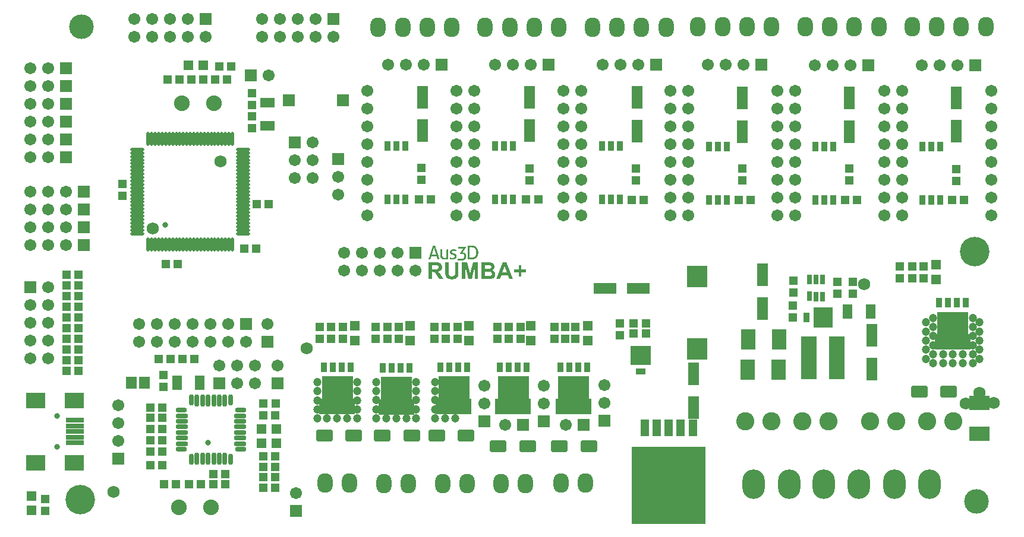
<source format=gts>
G04 Layer_Color=8388736*
%FSLAX44Y44*%
%MOMM*%
G71*
G01*
G75*
G04:AMPARAMS|DCode=98|XSize=2.4032mm|YSize=1.7032mm|CornerRadius=0.2891mm|HoleSize=0mm|Usage=FLASHONLY|Rotation=0.000|XOffset=0mm|YOffset=0mm|HoleType=Round|Shape=RoundedRectangle|*
%AMROUNDEDRECTD98*
21,1,2.4032,1.1250,0,0,0.0*
21,1,1.8250,1.7032,0,0,0.0*
1,1,0.5782,0.9125,-0.5625*
1,1,0.5782,-0.9125,-0.5625*
1,1,0.5782,-0.9125,0.5625*
1,1,0.5782,0.9125,0.5625*
%
%ADD98ROUNDEDRECTD98*%
%ADD99R,1.3032X1.2032*%
%ADD100R,1.2032X1.3032*%
%ADD101R,1.4032X1.4032*%
%ADD102R,1.4032X1.4032*%
%ADD103R,5.2032X2.2032*%
%ADD104R,4.4032X3.4032*%
%ADD105R,0.9032X1.3532*%
%ADD106R,0.9652X1.4732*%
%ADD107R,2.9932X3.1232*%
%ADD108R,1.2732X2.3632*%
%ADD109R,10.6132X11.0032*%
%ADD110R,2.7032X2.2032*%
%ADD111R,2.5032X0.7032*%
%ADD112R,1.7032X1.7032*%
%ADD113R,2.2032X6.2032*%
%ADD114R,1.5032X1.7032*%
%ADD115R,0.8032X1.3532*%
%ADD116O,1.6032X0.7032*%
%ADD117O,1.8032X0.7032*%
%ADD118O,0.7032X1.6032*%
%ADD119O,0.7032X1.8032*%
%ADD120O,2.0032X0.5032*%
%ADD121O,0.5032X2.0032*%
%ADD122R,2.7432X2.8732*%
%ADD123R,0.9652X1.4732*%
%ADD124R,1.4532X2.0532*%
%ADD125R,2.0532X1.4532*%
%ADD126R,2.8732X2.7432*%
%ADD127R,1.4732X0.9652*%
%ADD128R,3.2004X1.6002*%
%ADD129R,1.6002X3.2004*%
%ADD130R,2.9032X2.0032*%
%ADD131R,2.0032X2.9032*%
%ADD132C,3.5032*%
%ADD133O,2.2032X2.8032*%
%ADD134C,2.2352*%
%ADD135C,1.2032*%
%ADD136C,1.7272*%
%ADD137C,4.2032*%
%ADD138C,0.8032*%
%ADD139C,2.6032*%
%ADD140C,1.7128*%
%ADD141O,3.2032X4.2032*%
%ADD142R,1.7032X1.7032*%
%ADD143C,1.7032*%
G36*
X618826Y395639D02*
X619013D01*
X619388Y395614D01*
X619413D01*
X619476Y395602D01*
X619576Y395589D01*
X619713Y395577D01*
X619863Y395552D01*
X620038Y395527D01*
X620400Y395464D01*
X620425D01*
X620488Y395439D01*
X620588Y395427D01*
X620713Y395389D01*
X620863Y395364D01*
X621025Y395327D01*
X621350Y395239D01*
X621375D01*
X621425Y395214D01*
X621512Y395189D01*
X621625Y395164D01*
X621750Y395127D01*
X621887Y395077D01*
X622187Y394989D01*
Y394977D01*
Y394939D01*
X622175Y394889D01*
X622162Y394814D01*
X622137Y394639D01*
X622100Y394439D01*
Y394427D01*
X622087Y394389D01*
X622075Y394339D01*
X622062Y394277D01*
X622050Y394189D01*
X622025Y394102D01*
X621975Y393902D01*
Y393890D01*
X621962Y393852D01*
X621950Y393802D01*
X621937Y393740D01*
X621875Y393577D01*
X621812Y393390D01*
Y393377D01*
X621800Y393352D01*
X621775Y393302D01*
X621762Y393240D01*
X621700Y393090D01*
X621625Y392915D01*
X621613D01*
X621575Y392927D01*
X621512Y392952D01*
X621425Y392977D01*
X621325Y393015D01*
X621213Y393052D01*
X620963Y393127D01*
X620950D01*
X620900Y393140D01*
X620825Y393165D01*
X620725Y393190D01*
X620613Y393215D01*
X620488Y393252D01*
X620188Y393315D01*
X620175D01*
X620113Y393340D01*
X620038Y393352D01*
X619925Y393377D01*
X619800Y393402D01*
X619650Y393427D01*
X619338Y393477D01*
X619313D01*
X619263Y393490D01*
X619176D01*
X619063Y393502D01*
X618926Y393515D01*
X618763D01*
X618601Y393527D01*
X618251D01*
X618126Y393515D01*
X617976Y393502D01*
X617826Y393490D01*
X617489Y393440D01*
X617463D01*
X617413Y393427D01*
X617326Y393402D01*
X617214Y393365D01*
X617089Y393327D01*
X616951Y393290D01*
X616651Y393177D01*
X616639Y393165D01*
X616589Y393140D01*
X616526Y393102D01*
X616439Y393052D01*
X616351Y392977D01*
X616251Y392902D01*
X616164Y392802D01*
X616076Y392690D01*
X616064Y392677D01*
X616051Y392640D01*
X616014Y392565D01*
X615976Y392477D01*
X615939Y392365D01*
X615914Y392240D01*
X615889Y392090D01*
X615876Y391928D01*
Y391915D01*
Y391890D01*
Y391840D01*
X615889Y391790D01*
X615901Y391653D01*
X615926Y391503D01*
Y391490D01*
X615939Y391478D01*
X615964Y391390D01*
X616014Y391278D01*
X616076Y391153D01*
Y391140D01*
X616089Y391128D01*
X616139Y391053D01*
X616201Y390953D01*
X616289Y390853D01*
X616314Y390828D01*
X616376Y390765D01*
X616464Y390690D01*
X616589Y390603D01*
X616601D01*
X616614Y390590D01*
X616689Y390540D01*
X616801Y390466D01*
X616926Y390391D01*
X616939D01*
X616964Y390378D01*
X617001Y390353D01*
X617051Y390328D01*
X617176Y390278D01*
X617326Y390215D01*
X617339D01*
X617364Y390203D01*
X617401Y390191D01*
X617463Y390165D01*
X617601Y390116D01*
X617763Y390041D01*
X617776D01*
X617801Y390028D01*
X617851Y390016D01*
X617913Y389991D01*
X618063Y389941D01*
X618238Y389891D01*
X618251D01*
X618276Y389878D01*
X618326Y389866D01*
X618376Y389841D01*
X618513Y389791D01*
X618676Y389741D01*
X618838Y389678D01*
X618963Y389628D01*
X619013Y389616D01*
X619051Y389603D01*
X619076Y389591D01*
X619101D01*
X619138Y389578D01*
X619201Y389553D01*
X619301Y389528D01*
X619426Y389478D01*
X619438D01*
X619476Y389453D01*
X619538Y389441D01*
X619626Y389403D01*
X619713Y389378D01*
X619825Y389341D01*
X620050Y389253D01*
X620063D01*
X620100Y389228D01*
X620163Y389203D01*
X620238Y389166D01*
X620338Y389128D01*
X620438Y389078D01*
X620650Y388978D01*
X620663Y388966D01*
X620700Y388953D01*
X620763Y388916D01*
X620838Y388878D01*
X621013Y388766D01*
X621200Y388628D01*
X621213Y388616D01*
X621238Y388591D01*
X621288Y388554D01*
X621350Y388503D01*
X621500Y388378D01*
X621662Y388216D01*
X621675Y388204D01*
X621700Y388178D01*
X621737Y388129D01*
X621787Y388066D01*
X621900Y387916D01*
X622025Y387729D01*
X622037Y387716D01*
X622050Y387679D01*
X622087Y387629D01*
X622125Y387554D01*
X622175Y387466D01*
X622225Y387366D01*
X622337Y387141D01*
Y387129D01*
X622362Y387091D01*
X622375Y387016D01*
X622412Y386929D01*
X622437Y386829D01*
X622462Y386704D01*
X622512Y386441D01*
Y386429D01*
X622525Y386379D01*
X622537Y386292D01*
X622550Y386192D01*
X622562Y386067D01*
X622575Y385929D01*
X622587Y385779D01*
Y385617D01*
Y385592D01*
Y385529D01*
Y385429D01*
X622575Y385304D01*
X622562Y385167D01*
X622550Y385004D01*
X622487Y384655D01*
Y384630D01*
X622475Y384580D01*
X622450Y384492D01*
X622412Y384380D01*
X622375Y384242D01*
X622325Y384092D01*
X622187Y383780D01*
X622175Y383767D01*
X622150Y383717D01*
X622100Y383630D01*
X622050Y383530D01*
X621975Y383417D01*
X621887Y383292D01*
X621700Y383017D01*
X621688Y383005D01*
X621650Y382955D01*
X621587Y382892D01*
X621512Y382817D01*
X621413Y382717D01*
X621300Y382605D01*
X621163Y382492D01*
X621025Y382380D01*
X621013Y382368D01*
X620963Y382330D01*
X620888Y382280D01*
X620788Y382205D01*
X620663Y382130D01*
X620525Y382043D01*
X620363Y381955D01*
X620200Y381868D01*
X620175Y381855D01*
X620125Y381830D01*
X620038Y381793D01*
X619913Y381730D01*
X619775Y381680D01*
X619600Y381605D01*
X619426Y381543D01*
X619226Y381480D01*
X619201Y381468D01*
X619138Y381455D01*
X619026Y381430D01*
X618888Y381393D01*
X618726Y381343D01*
X618538Y381305D01*
X618326Y381268D01*
X618113Y381230D01*
X618088D01*
X618013Y381218D01*
X617901Y381205D01*
X617751Y381193D01*
X617576Y381180D01*
X617364Y381168D01*
X617139Y381155D01*
X616514D01*
X616326Y381168D01*
X616126D01*
X615689Y381193D01*
X615664D01*
X615589Y381205D01*
X615489D01*
X615352Y381230D01*
X615189Y381243D01*
X615014Y381268D01*
X614639Y381330D01*
X614614D01*
X614552Y381343D01*
X614464Y381368D01*
X614339Y381393D01*
X614189Y381418D01*
X614039Y381455D01*
X613702Y381543D01*
X613677D01*
X613627Y381555D01*
X613540Y381580D01*
X613415Y381618D01*
X613290Y381655D01*
X613140Y381693D01*
X612827Y381805D01*
Y381818D01*
Y381855D01*
X612840Y381905D01*
X612852Y381980D01*
X612865Y382143D01*
X612902Y382342D01*
Y382355D01*
X612915Y382393D01*
X612927Y382443D01*
X612940Y382518D01*
X612965Y382605D01*
X612990Y382692D01*
X613052Y382905D01*
Y382917D01*
X613065Y382955D01*
X613090Y383005D01*
X613115Y383067D01*
X613140Y383155D01*
X613165Y383242D01*
X613240Y383442D01*
Y383455D01*
X613252Y383492D01*
X613277Y383542D01*
X613302Y383617D01*
X613327Y383692D01*
X613365Y383792D01*
X613440Y383992D01*
X613452Y383980D01*
X613502Y383967D01*
X613577Y383942D01*
X613677Y383905D01*
X613789Y383855D01*
X613927Y383817D01*
X614214Y383717D01*
X614227D01*
X614289Y383705D01*
X614364Y383680D01*
X614464Y383655D01*
X614589Y383630D01*
X614739Y383592D01*
X615052Y383517D01*
X615077D01*
X615127Y383505D01*
X615214Y383492D01*
X615327Y383467D01*
X615464Y383455D01*
X615602Y383430D01*
X615926Y383392D01*
X616001D01*
X616089Y383380D01*
X616201D01*
X616339Y383367D01*
X616476D01*
X616801Y383355D01*
X616989D01*
X617089Y383367D01*
X617189D01*
X617401Y383380D01*
X617451D01*
X617514Y383392D01*
X617589Y383405D01*
X617676Y383417D01*
X617776Y383430D01*
X617988Y383480D01*
X618001D01*
X618038Y383492D01*
X618088Y383505D01*
X618163Y383530D01*
X618326Y383580D01*
X618513Y383655D01*
X618526D01*
X618551Y383667D01*
X618601Y383692D01*
X618663Y383717D01*
X618813Y383792D01*
X618976Y383880D01*
X618988D01*
X619013Y383905D01*
X619051Y383930D01*
X619101Y383967D01*
X619226Y384055D01*
X619351Y384180D01*
X619363Y384192D01*
X619375Y384205D01*
X619413Y384242D01*
X619450Y384292D01*
X619551Y384417D01*
X619650Y384554D01*
X619663Y384567D01*
X619675Y384592D01*
X619701Y384617D01*
X619725Y384667D01*
X619788Y384792D01*
X619850Y384954D01*
Y384967D01*
X619863Y384992D01*
Y385042D01*
X619875Y385092D01*
X619888Y385242D01*
X619900Y385417D01*
Y385429D01*
Y385467D01*
Y385517D01*
Y385592D01*
X619888Y385754D01*
X619863Y385929D01*
Y385942D01*
X619850Y385967D01*
X619838Y386004D01*
X619825Y386067D01*
X619775Y386192D01*
X619701Y386316D01*
Y386329D01*
X619688Y386342D01*
X619638Y386429D01*
X619563Y386529D01*
X619463Y386641D01*
Y386654D01*
X619438Y386666D01*
X619375Y386729D01*
X619288Y386816D01*
X619163Y386916D01*
X619151D01*
X619138Y386941D01*
X619101Y386954D01*
X619051Y386991D01*
X618926Y387054D01*
X618788Y387141D01*
X618776D01*
X618763Y387154D01*
X618726Y387179D01*
X618676Y387204D01*
X618551Y387266D01*
X618388Y387341D01*
X618376D01*
X618351Y387354D01*
X618301Y387379D01*
X618251Y387391D01*
X618101Y387441D01*
X617926Y387504D01*
X617913D01*
X617888Y387516D01*
X617838Y387541D01*
X617763Y387554D01*
X617601Y387604D01*
X617413Y387666D01*
X617401D01*
X617389Y387679D01*
X617301Y387704D01*
X617189Y387754D01*
X617064Y387791D01*
X616939Y387841D01*
X616839Y387879D01*
X616789Y387904D01*
X616764D01*
X616751Y387916D01*
X616726Y387929D01*
X616701Y387941D01*
X616651Y387954D01*
X616564Y387991D01*
X616464Y388029D01*
X616451D01*
X616426Y388041D01*
X616376Y388066D01*
X616326Y388079D01*
X616251Y388116D01*
X616164Y388154D01*
X615964Y388228D01*
X615727Y388329D01*
X615476Y388453D01*
X615227Y388578D01*
X614977Y388716D01*
X614964D01*
X614952Y388728D01*
X614877Y388778D01*
X614764Y388853D01*
X614614Y388953D01*
X614452Y389066D01*
X614289Y389191D01*
X614114Y389328D01*
X613964Y389478D01*
X613952Y389503D01*
X613902Y389553D01*
X613827Y389641D01*
X613740Y389753D01*
X613639Y389891D01*
X613540Y390053D01*
X613452Y390241D01*
X613365Y390440D01*
Y390453D01*
X613352Y390466D01*
X613340Y390540D01*
X613302Y390640D01*
X613277Y390790D01*
X613240Y390978D01*
X613202Y391178D01*
X613190Y391403D01*
X613177Y391653D01*
Y391665D01*
Y391690D01*
Y391740D01*
Y391815D01*
X613190Y391890D01*
Y391990D01*
X613215Y392202D01*
X613252Y392465D01*
X613315Y392740D01*
X613390Y393027D01*
X613502Y393302D01*
Y393315D01*
X613515Y393340D01*
X613540Y393377D01*
X613564Y393427D01*
X613639Y393565D01*
X613752Y393740D01*
X613890Y393940D01*
X614052Y394152D01*
X614252Y394365D01*
X614489Y394577D01*
X614502Y394589D01*
X614514Y394602D01*
X614552Y394627D01*
X614614Y394664D01*
X614677Y394714D01*
X614752Y394764D01*
X614939Y394877D01*
X615177Y395014D01*
X615452Y395152D01*
X615764Y395277D01*
X616114Y395389D01*
X616126D01*
X616164Y395402D01*
X616214Y395414D01*
X616289Y395427D01*
X616376Y395452D01*
X616489Y395477D01*
X616614Y395502D01*
X616751Y395527D01*
X616914Y395539D01*
X617076Y395564D01*
X617264Y395589D01*
X617463Y395614D01*
X617876Y395639D01*
X618338Y395652D01*
X618676D01*
X618826Y395639D01*
D02*
G37*
G36*
X609703Y395439D02*
X609815Y395427D01*
X610028D01*
X610153Y395414D01*
X610215D01*
X610265Y395402D01*
X610378D01*
X610503Y395389D01*
X610528D01*
X610603Y395377D01*
X610703Y395364D01*
X610815Y395339D01*
Y395314D01*
Y395252D01*
Y395139D01*
Y395002D01*
Y394827D01*
Y394614D01*
Y394389D01*
Y394140D01*
Y393877D01*
Y393590D01*
Y393002D01*
Y392402D01*
Y391815D01*
Y391803D01*
Y391753D01*
Y391665D01*
Y391565D01*
Y391440D01*
Y391278D01*
Y391115D01*
Y390928D01*
Y390728D01*
Y390528D01*
Y390091D01*
Y389653D01*
Y389228D01*
Y389216D01*
Y389191D01*
Y389141D01*
Y389078D01*
Y389003D01*
Y388916D01*
Y388703D01*
Y388466D01*
Y388204D01*
Y387941D01*
Y387679D01*
Y387666D01*
Y387654D01*
Y387616D01*
Y387566D01*
Y387454D01*
Y387291D01*
Y387116D01*
Y386929D01*
Y386729D01*
Y386541D01*
Y386529D01*
Y386492D01*
Y386429D01*
Y386367D01*
Y386179D01*
Y385992D01*
Y385979D01*
Y385954D01*
Y385904D01*
Y385842D01*
Y385692D01*
Y385542D01*
Y385529D01*
Y385504D01*
Y385467D01*
Y385417D01*
Y385304D01*
Y385179D01*
Y385167D01*
Y385154D01*
Y385092D01*
Y384992D01*
Y384879D01*
Y384867D01*
Y384817D01*
Y384729D01*
Y384642D01*
Y384529D01*
Y384404D01*
Y384167D01*
Y384155D01*
Y384105D01*
Y384042D01*
Y383930D01*
Y383805D01*
Y383642D01*
Y383455D01*
Y383242D01*
Y383230D01*
Y383205D01*
Y383142D01*
Y383080D01*
Y382992D01*
Y382892D01*
Y382668D01*
Y382655D01*
Y382605D01*
Y382542D01*
Y382443D01*
Y382330D01*
Y382205D01*
Y382055D01*
Y381905D01*
X610790D01*
X610728Y381880D01*
X610640Y381855D01*
X610515Y381830D01*
X610353Y381793D01*
X610178Y381743D01*
X609990Y381693D01*
X609790Y381643D01*
X609766D01*
X609691Y381618D01*
X609578Y381593D01*
X609416Y381568D01*
X609241Y381530D01*
X609028Y381480D01*
X608803Y381443D01*
X608553Y381393D01*
X608528D01*
X608491Y381380D01*
X608441D01*
X608316Y381355D01*
X608141Y381330D01*
X607941Y381293D01*
X607716Y381268D01*
X607479Y381230D01*
X607229Y381205D01*
X607166D01*
X607116Y381193D01*
X606979D01*
X606804Y381180D01*
X606591Y381168D01*
X606366D01*
X606116Y381155D01*
X605617D01*
X605442Y381168D01*
X605242D01*
X605029Y381180D01*
X604792Y381193D01*
X604554Y381205D01*
X604529D01*
X604492Y381218D01*
X604454D01*
X604329Y381230D01*
X604179Y381255D01*
X603992Y381280D01*
X603779Y381305D01*
X603567Y381343D01*
X603342Y381380D01*
X603317D01*
X603242Y381405D01*
X603130Y381430D01*
X602992Y381468D01*
X602817Y381518D01*
X602630Y381580D01*
X602230Y381730D01*
X602205Y381743D01*
X602142Y381768D01*
X602043Y381830D01*
X601917Y381893D01*
X601768Y381980D01*
X601605Y382080D01*
X601443Y382193D01*
X601268Y382318D01*
X601243Y382330D01*
X601193Y382380D01*
X601105Y382455D01*
X601005Y382555D01*
X600880Y382680D01*
X600755Y382830D01*
X600618Y382992D01*
X600480Y383167D01*
X600468Y383192D01*
X600418Y383255D01*
X600355Y383355D01*
X600268Y383492D01*
X600168Y383655D01*
X600068Y383842D01*
X599968Y384067D01*
X599868Y384292D01*
Y384305D01*
X599855Y384317D01*
X599843Y384355D01*
X599831Y384404D01*
X599781Y384542D01*
X599731Y384717D01*
X599668Y384929D01*
X599606Y385179D01*
X599543Y385467D01*
X599493Y385767D01*
Y385779D01*
Y385804D01*
X599481Y385854D01*
X599468Y385917D01*
X599456Y385992D01*
Y386079D01*
X599443Y386192D01*
X599431Y386316D01*
X599406Y386591D01*
X599381Y386904D01*
X599368Y387254D01*
X599356Y387641D01*
Y387654D01*
Y387691D01*
Y387754D01*
Y387841D01*
Y387941D01*
Y388054D01*
Y388191D01*
Y388329D01*
Y388641D01*
Y388991D01*
Y389328D01*
Y389666D01*
Y389678D01*
Y389703D01*
Y389753D01*
Y389803D01*
Y389878D01*
Y389966D01*
Y390165D01*
Y390403D01*
Y390653D01*
Y390903D01*
Y391153D01*
Y391178D01*
Y391240D01*
Y391328D01*
Y391440D01*
Y391578D01*
Y391728D01*
Y392028D01*
Y392040D01*
Y392090D01*
Y392152D01*
Y392240D01*
Y392340D01*
Y392453D01*
Y392677D01*
Y392690D01*
Y392715D01*
Y392765D01*
Y392815D01*
Y392965D01*
Y393152D01*
Y393340D01*
Y393515D01*
Y393665D01*
Y393727D01*
Y393777D01*
Y393790D01*
Y393815D01*
Y393877D01*
Y393952D01*
Y394064D01*
Y394202D01*
Y394377D01*
Y394577D01*
Y394589D01*
Y394602D01*
Y394664D01*
Y394777D01*
Y394902D01*
Y394914D01*
Y394939D01*
Y394977D01*
Y395027D01*
Y395164D01*
Y395339D01*
X599393D01*
X599456Y395352D01*
X599531Y395364D01*
X599618D01*
X599731Y395377D01*
X599868Y395402D01*
X600031Y395414D01*
X600106D01*
X600155Y395427D01*
X600405D01*
X600480Y395439D01*
X600580Y395452D01*
X600780D01*
X600880Y395439D01*
X600993Y395427D01*
X601230D01*
X601368Y395414D01*
X601393D01*
X601480Y395402D01*
X601593D01*
X601718Y395389D01*
X601743D01*
X601818Y395377D01*
X601917Y395364D01*
X602043Y395339D01*
Y395327D01*
Y395289D01*
Y395227D01*
Y395152D01*
Y395052D01*
Y394939D01*
Y394802D01*
Y394664D01*
Y394352D01*
Y394015D01*
Y393677D01*
Y393340D01*
Y393327D01*
Y393302D01*
Y393265D01*
Y393202D01*
Y393127D01*
Y393040D01*
Y392840D01*
Y392615D01*
Y392365D01*
Y392115D01*
Y391865D01*
Y391840D01*
Y391790D01*
Y391690D01*
Y391578D01*
Y391453D01*
Y391303D01*
Y391015D01*
Y391003D01*
Y390953D01*
Y390890D01*
Y390803D01*
Y390703D01*
Y390590D01*
Y390378D01*
Y390365D01*
Y390340D01*
Y390290D01*
Y390241D01*
Y390091D01*
Y389916D01*
Y389728D01*
Y389553D01*
Y389403D01*
Y389341D01*
Y389291D01*
Y389278D01*
Y389253D01*
Y389191D01*
Y389116D01*
Y389003D01*
Y388878D01*
Y388716D01*
Y388516D01*
Y388503D01*
Y388491D01*
Y388416D01*
Y388316D01*
Y388178D01*
Y388166D01*
Y388141D01*
Y388104D01*
Y388054D01*
Y387916D01*
Y387741D01*
Y387729D01*
Y387716D01*
Y387679D01*
Y387629D01*
Y387516D01*
X602055Y387354D01*
Y387166D01*
X602067Y386966D01*
X602093Y386554D01*
Y386529D01*
X602105Y386466D01*
X602118Y386367D01*
X602142Y386241D01*
X602168Y386092D01*
X602192Y385929D01*
X602280Y385604D01*
Y385579D01*
X602305Y385529D01*
X602330Y385454D01*
X602355Y385342D01*
X602405Y385229D01*
X602455Y385104D01*
X602580Y384842D01*
X602592Y384829D01*
X602617Y384792D01*
X602655Y384729D01*
X602705Y384642D01*
X602842Y384454D01*
X603005Y384255D01*
X603017Y384242D01*
X603055Y384217D01*
X603105Y384167D01*
X603167Y384117D01*
X603242Y384055D01*
X603342Y383992D01*
X603542Y383855D01*
X603555Y383842D01*
X603592Y383830D01*
X603655Y383792D01*
X603742Y383755D01*
X603842Y383717D01*
X603955Y383667D01*
X604204Y383592D01*
X604217D01*
X604267Y383580D01*
X604329Y383555D01*
X604429Y383542D01*
X604542Y383517D01*
X604667Y383492D01*
X604804Y383467D01*
X604954Y383442D01*
X605029D01*
X605104Y383430D01*
X605217D01*
X605342Y383417D01*
X605492D01*
X605816Y383405D01*
X606067D01*
X606241Y383417D01*
X606441D01*
X606654Y383430D01*
X607091Y383467D01*
X607116D01*
X607191Y383480D01*
X607304Y383505D01*
X607454Y383530D01*
X607616Y383555D01*
X607803Y383592D01*
X608178Y383692D01*
Y383717D01*
Y383767D01*
Y383867D01*
Y383980D01*
Y384130D01*
Y384317D01*
Y384505D01*
Y384729D01*
Y384954D01*
Y385204D01*
Y385717D01*
Y386229D01*
Y386741D01*
Y386754D01*
Y386804D01*
Y386866D01*
Y386966D01*
Y387079D01*
Y387204D01*
Y387354D01*
Y387516D01*
Y387879D01*
Y388254D01*
Y388641D01*
Y389016D01*
Y389028D01*
Y389053D01*
Y389091D01*
Y389141D01*
Y389291D01*
Y389466D01*
Y389678D01*
Y389903D01*
Y390128D01*
Y390353D01*
Y390365D01*
Y390378D01*
Y390453D01*
Y390553D01*
Y390690D01*
Y390840D01*
Y391003D01*
Y391165D01*
Y391328D01*
Y391340D01*
Y391378D01*
Y391428D01*
Y391490D01*
Y391640D01*
Y391803D01*
Y391815D01*
Y391840D01*
Y391878D01*
Y391928D01*
Y392053D01*
Y392190D01*
Y392202D01*
Y392215D01*
Y392253D01*
Y392303D01*
Y392427D01*
Y392577D01*
Y392740D01*
Y392902D01*
Y393065D01*
Y393190D01*
Y393202D01*
Y393252D01*
Y393315D01*
Y393427D01*
Y393552D01*
Y393727D01*
Y393940D01*
Y394177D01*
Y394189D01*
Y394215D01*
Y394264D01*
Y394327D01*
Y394402D01*
Y394489D01*
Y394677D01*
Y394689D01*
Y394727D01*
Y394789D01*
Y394864D01*
Y394964D01*
Y395077D01*
Y395202D01*
Y395339D01*
X608203D01*
X608266Y395352D01*
X608366Y395377D01*
X608491Y395389D01*
X608516D01*
X608591Y395402D01*
X608703D01*
X608841Y395414D01*
X608866D01*
X608953Y395427D01*
X609203D01*
X609278Y395439D01*
X609378Y395452D01*
X609603D01*
X609703Y395439D01*
D02*
G37*
G36*
X635659Y398888D02*
X635696Y398826D01*
X635759Y398726D01*
X635846Y398588D01*
Y398576D01*
X635821Y398563D01*
X635809Y398526D01*
X635771Y398476D01*
X635721Y398401D01*
X635671Y398326D01*
X635609Y398226D01*
X635534Y398126D01*
X635459Y398001D01*
X635359Y397851D01*
X635259Y397701D01*
X635146Y397539D01*
X635034Y397351D01*
X634897Y397151D01*
X634759Y396939D01*
X634609Y396714D01*
X634447Y396476D01*
X634284Y396214D01*
X634109Y395952D01*
X633922Y395664D01*
X633722Y395364D01*
X633509Y395052D01*
X633297Y394714D01*
X633072Y394377D01*
X632835Y394015D01*
X632585Y393640D01*
X632335Y393252D01*
X632072Y392852D01*
X631797Y392440D01*
X631510Y392015D01*
X631210Y391565D01*
X630910Y391103D01*
X630923D01*
X630948Y391115D01*
X631010Y391128D01*
X631547D01*
X631710Y391115D01*
X631897Y391103D01*
X632097Y391078D01*
X632510Y391015D01*
X632535D01*
X632610Y390990D01*
X632710Y390965D01*
X632847Y390928D01*
X632997Y390890D01*
X633172Y390828D01*
X633534Y390690D01*
X633559Y390678D01*
X633609Y390653D01*
X633697Y390603D01*
X633809Y390540D01*
X633947Y390466D01*
X634084Y390378D01*
X634372Y390178D01*
X634384Y390165D01*
X634434Y390128D01*
X634509Y390066D01*
X634609Y389978D01*
X634709Y389891D01*
X634822Y389778D01*
X635059Y389516D01*
X635071Y389503D01*
X635109Y389453D01*
X635172Y389391D01*
X635234Y389291D01*
X635322Y389191D01*
X635409Y389053D01*
X635496Y388916D01*
X635584Y388766D01*
X635596Y388753D01*
X635621Y388691D01*
X635659Y388616D01*
X635721Y388516D01*
X635784Y388391D01*
X635846Y388241D01*
X635971Y387929D01*
X635984Y387904D01*
X635996Y387854D01*
X636021Y387766D01*
X636059Y387654D01*
X636096Y387529D01*
X636134Y387379D01*
X636196Y387054D01*
Y387041D01*
X636209Y386979D01*
X636221Y386891D01*
X636234Y386791D01*
X636246Y386654D01*
X636259Y386516D01*
X636271Y386192D01*
Y386179D01*
Y386154D01*
Y386104D01*
Y386042D01*
Y385967D01*
X636259Y385879D01*
Y385667D01*
X636234Y385417D01*
X636209Y385142D01*
X636171Y384867D01*
X636121Y384580D01*
Y384567D01*
X636109Y384542D01*
Y384505D01*
X636096Y384454D01*
X636071Y384392D01*
X636059Y384305D01*
X636009Y384130D01*
X635934Y383917D01*
X635859Y383680D01*
X635771Y383430D01*
X635659Y383192D01*
Y383180D01*
X635646Y383167D01*
X635634Y383130D01*
X635609Y383092D01*
X635534Y382967D01*
X635459Y382817D01*
X635346Y382643D01*
X635234Y382443D01*
X635097Y382243D01*
X634959Y382043D01*
X634947Y382018D01*
X634884Y381955D01*
X634797Y381855D01*
X634684Y381730D01*
X634547Y381593D01*
X634397Y381443D01*
X634222Y381280D01*
X634034Y381118D01*
X634009Y381105D01*
X633947Y381043D01*
X633834Y380968D01*
X633697Y380868D01*
X633522Y380755D01*
X633335Y380630D01*
X633122Y380505D01*
X632910Y380393D01*
X632897D01*
X632885Y380381D01*
X632847Y380368D01*
X632810Y380343D01*
X632685Y380293D01*
X632522Y380218D01*
X632322Y380143D01*
X632097Y380056D01*
X631860Y379968D01*
X631610Y379893D01*
X631597D01*
X631585Y379881D01*
X631547D01*
X631497Y379868D01*
X631360Y379831D01*
X631172Y379781D01*
X630960Y379743D01*
X630723Y379693D01*
X630460Y379643D01*
X630185Y379593D01*
X630148D01*
X630110Y379581D01*
X630060D01*
X629985Y379568D01*
X629910D01*
X629723Y379556D01*
X629498Y379531D01*
X629235Y379518D01*
X628961Y379506D01*
X628423D01*
X628261Y379518D01*
X628061D01*
X627836Y379531D01*
X627598Y379543D01*
X627361Y379556D01*
X627336D01*
X627299Y379568D01*
X627248D01*
X627124Y379581D01*
X626974Y379606D01*
X626786Y379618D01*
X626574Y379656D01*
X626136Y379718D01*
X626111D01*
X626036Y379743D01*
X625911Y379768D01*
X625761Y379793D01*
X625574Y379831D01*
X625374Y379881D01*
X624949Y379993D01*
X624937D01*
X624924Y380006D01*
X624849Y380031D01*
X624724Y380056D01*
X624574Y380106D01*
X624399Y380168D01*
X624199Y380231D01*
X623774Y380393D01*
Y380406D01*
X623787Y380443D01*
Y380505D01*
X623799Y380580D01*
X623824Y380668D01*
X623837Y380768D01*
X623887Y380980D01*
Y380993D01*
X623899Y381030D01*
X623924Y381093D01*
X623949Y381168D01*
X623974Y381255D01*
X624012Y381355D01*
X624087Y381555D01*
Y381568D01*
X624112Y381605D01*
X624124Y381655D01*
X624162Y381730D01*
X624199Y381818D01*
X624237Y381918D01*
X624324Y382118D01*
X624337Y382130D01*
X624349Y382168D01*
X624374Y382218D01*
X624412Y382293D01*
X624449Y382368D01*
X624499Y382467D01*
X624612Y382668D01*
X624637Y382655D01*
X624687Y382643D01*
X624774Y382605D01*
X624887Y382567D01*
X625024Y382518D01*
X625174Y382467D01*
X625499Y382355D01*
X625524D01*
X625574Y382330D01*
X625661Y382305D01*
X625786Y382268D01*
X625924Y382230D01*
X626074Y382193D01*
X626424Y382093D01*
X626449D01*
X626511Y382080D01*
X626599Y382055D01*
X626724Y382030D01*
X626886Y382005D01*
X627049Y381980D01*
X627236Y381955D01*
X627436Y381930D01*
X627461D01*
X627536Y381918D01*
X627636D01*
X627786Y381905D01*
X627961Y381893D01*
X628148D01*
X628361Y381880D01*
X628773D01*
X628911Y381893D01*
X629061D01*
X629235Y381905D01*
X629585Y381930D01*
X629610D01*
X629673Y381943D01*
X629760Y381955D01*
X629885Y381980D01*
X630023Y381993D01*
X630185Y382030D01*
X630523Y382093D01*
X630548D01*
X630598Y382118D01*
X630685Y382143D01*
X630798Y382180D01*
X630935Y382218D01*
X631073Y382268D01*
X631360Y382380D01*
X631372Y382393D01*
X631423Y382417D01*
X631510Y382455D01*
X631597Y382505D01*
X631710Y382555D01*
X631835Y382630D01*
X632085Y382805D01*
X632097Y382817D01*
X632147Y382842D01*
X632210Y382892D01*
X632285Y382967D01*
X632385Y383042D01*
X632485Y383142D01*
X632685Y383367D01*
X632697Y383380D01*
X632735Y383417D01*
X632785Y383492D01*
X632847Y383567D01*
X632910Y383680D01*
X632997Y383792D01*
X633072Y383930D01*
X633147Y384067D01*
X633159Y384080D01*
X633185Y384130D01*
X633209Y384205D01*
X633260Y384317D01*
X633310Y384442D01*
X633347Y384580D01*
X633397Y384742D01*
X633434Y384904D01*
Y384929D01*
X633447Y384992D01*
X633472Y385079D01*
X633497Y385217D01*
X633509Y385367D01*
X633534Y385542D01*
X633547Y385742D01*
Y385942D01*
Y385954D01*
Y385979D01*
Y386029D01*
Y386079D01*
X633534Y386154D01*
Y386241D01*
X633509Y386441D01*
X633472Y386666D01*
X633422Y386916D01*
X633359Y387166D01*
X633260Y387404D01*
Y387416D01*
X633247Y387429D01*
X633209Y387504D01*
X633147Y387629D01*
X633060Y387766D01*
X632935Y387929D01*
X632797Y388104D01*
X632635Y388266D01*
X632435Y388428D01*
X632410Y388441D01*
X632335Y388491D01*
X632210Y388566D01*
X632060Y388653D01*
X631872Y388753D01*
X631647Y388853D01*
X631410Y388953D01*
X631147Y389041D01*
X631135D01*
X631110Y389053D01*
X631073Y389066D01*
X631023Y389078D01*
X630948Y389091D01*
X630873Y389103D01*
X630673Y389141D01*
X630435Y389178D01*
X630160Y389216D01*
X629860Y389228D01*
X629535Y389241D01*
X629185D01*
X628986Y389228D01*
X628886D01*
X628811Y389216D01*
X628648D01*
X628448Y389203D01*
X628398D01*
X628348Y389191D01*
X628273D01*
X628186Y389178D01*
X628098Y389166D01*
X627886Y389128D01*
X627873D01*
X627836Y389116D01*
X627786D01*
X627711Y389103D01*
X627548Y389066D01*
X627349Y389028D01*
X627336Y389041D01*
X627323Y389066D01*
X627299Y389116D01*
X627261Y389166D01*
X627236Y389216D01*
X627211Y389253D01*
X627186Y389278D01*
Y389291D01*
Y389303D01*
X627161Y389328D01*
X627124Y389391D01*
Y389403D01*
X627136Y389416D01*
X627161Y389453D01*
X627198Y389503D01*
X627236Y389566D01*
X627286Y389641D01*
X627336Y389728D01*
X627411Y389841D01*
X627486Y389953D01*
X627561Y390091D01*
X627661Y390228D01*
X627761Y390391D01*
X627873Y390565D01*
X627986Y390753D01*
X628123Y390953D01*
X628261Y391165D01*
X628398Y391403D01*
X628561Y391640D01*
X628723Y391903D01*
X628886Y392165D01*
X629073Y392453D01*
X629260Y392752D01*
X629460Y393065D01*
X629660Y393390D01*
X629885Y393727D01*
X630110Y394090D01*
X630335Y394452D01*
X630585Y394839D01*
X630835Y395227D01*
X631085Y395639D01*
X631360Y396064D01*
X631635Y396501D01*
X624699D01*
Y396514D01*
X624687Y396551D01*
X624674Y396601D01*
X624662Y396676D01*
X624649Y396751D01*
X624637Y396851D01*
X624612Y397051D01*
Y397064D01*
Y397101D01*
X624599Y397164D01*
Y397239D01*
Y397339D01*
X624587Y397439D01*
Y397664D01*
Y397676D01*
Y397689D01*
Y397764D01*
Y397851D01*
Y397963D01*
Y397976D01*
Y397989D01*
X624599Y398064D01*
Y398163D01*
X624612Y398288D01*
Y398301D01*
Y398313D01*
X624624Y398388D01*
Y398488D01*
X624637Y398601D01*
Y398613D01*
X624649Y398626D01*
X624662Y398701D01*
X624674Y398801D01*
X624699Y398901D01*
X635646D01*
X635659Y398888D01*
D02*
G37*
G36*
X590758Y401000D02*
X591008D01*
X591158Y400988D01*
X591233D01*
X591295Y400975D01*
X591420D01*
X591570Y400963D01*
X591595D01*
X591633Y400950D01*
X591683D01*
X591808Y400938D01*
X591945Y400913D01*
Y400900D01*
X591958Y400875D01*
X591970Y400838D01*
X591983Y400788D01*
X592008Y400713D01*
X592033Y400625D01*
X592070Y400538D01*
X592108Y400425D01*
X592183Y400163D01*
X592282Y399876D01*
X592383Y399538D01*
X592507Y399176D01*
X592632Y398788D01*
X592757Y398388D01*
X592895Y397963D01*
X593032Y397526D01*
X593320Y396664D01*
X593457Y396227D01*
X593595Y395814D01*
X593607Y395789D01*
X593632Y395714D01*
X593657Y395602D01*
X593707Y395452D01*
X593770Y395264D01*
X593845Y395039D01*
X593920Y394802D01*
X594007Y394527D01*
X594107Y394240D01*
X594207Y393940D01*
X594407Y393302D01*
X594619Y392665D01*
X594719Y392352D01*
X594819Y392040D01*
Y392028D01*
X594832Y391990D01*
X594857Y391915D01*
X594894Y391828D01*
X594919Y391715D01*
X594969Y391590D01*
X595019Y391453D01*
X595069Y391290D01*
X595182Y390940D01*
X595294Y390578D01*
X595419Y390191D01*
X595544Y389828D01*
Y389816D01*
X595557Y389791D01*
X595569Y389741D01*
X595594Y389666D01*
X595619Y389591D01*
X595657Y389491D01*
X595719Y389266D01*
X595807Y389003D01*
X595894Y388728D01*
X595981Y388453D01*
X596069Y388178D01*
X596082Y388154D01*
X596094Y388104D01*
X596119Y388016D01*
X596157Y387916D01*
X596194Y387791D01*
X596244Y387654D01*
X596331Y387379D01*
Y387366D01*
X596356Y387316D01*
X596381Y387254D01*
X596406Y387166D01*
X596444Y387066D01*
X596469Y386954D01*
X596544Y386729D01*
Y386716D01*
X596556Y386679D01*
X596581Y386629D01*
X596594Y386554D01*
X596656Y386391D01*
X596719Y386204D01*
Y386192D01*
X596731Y386167D01*
X596744Y386117D01*
X596769Y386067D01*
X596806Y385929D01*
X596844Y385779D01*
Y385767D01*
X596856Y385754D01*
X596881Y385679D01*
X596919Y385567D01*
X596969Y385429D01*
X597019Y385254D01*
X597081Y385079D01*
X597131Y384904D01*
X597194Y384729D01*
X597206Y384704D01*
X597219Y384642D01*
X597256Y384542D01*
X597306Y384404D01*
X597356Y384217D01*
X597431Y383992D01*
X597531Y383730D01*
X597631Y383417D01*
Y383405D01*
X597656Y383355D01*
X597681Y383280D01*
X597706Y383167D01*
X597744Y383042D01*
X597794Y382905D01*
X597844Y382742D01*
X597893Y382567D01*
X597906Y382542D01*
X597919Y382480D01*
X597956Y382380D01*
X597994Y382255D01*
X598044Y382093D01*
X598106Y381905D01*
X598168Y381705D01*
X598243Y381480D01*
X598218D01*
X598144Y381455D01*
X598044Y381443D01*
X597906Y381418D01*
X597831D01*
X597794Y381405D01*
X597669D01*
X597519Y381393D01*
X597394D01*
X597256Y381380D01*
X597006D01*
X596881Y381368D01*
X596506D01*
X596381Y381380D01*
X596144D01*
X596019Y381393D01*
X595956D01*
X595907Y381405D01*
X595782D01*
X595657Y381418D01*
X595632D01*
X595557Y381430D01*
X595444Y381455D01*
X595332Y381480D01*
Y381493D01*
X595319Y381505D01*
X595307Y381543D01*
X595294Y381593D01*
X595257Y381718D01*
X595207Y381880D01*
X595157Y382055D01*
X595094Y382255D01*
X595032Y382455D01*
X594969Y382655D01*
Y382680D01*
X594944Y382742D01*
X594919Y382830D01*
X594882Y382955D01*
X594844Y383080D01*
X594807Y383230D01*
X594757Y383380D01*
X594707Y383517D01*
Y383530D01*
X594694Y383567D01*
X594682Y383630D01*
X594657Y383705D01*
X594607Y383867D01*
X594544Y384030D01*
Y384042D01*
X594532Y384067D01*
X594519Y384105D01*
X594507Y384167D01*
X594482Y384292D01*
X594444Y384417D01*
Y384430D01*
X594432Y384442D01*
X594419Y384517D01*
X594382Y384630D01*
X594344Y384754D01*
X594307Y384879D01*
X594269Y385004D01*
X594232Y385092D01*
Y385129D01*
X594220Y385154D01*
X594207Y385179D01*
X594194Y385229D01*
X594182Y385292D01*
X594145Y385392D01*
X594107Y385542D01*
X594082Y385629D01*
X594044Y385729D01*
X594007Y385842D01*
X593970Y385967D01*
X586584D01*
Y385954D01*
X586559Y385892D01*
X586534Y385804D01*
X586497Y385692D01*
X586459Y385529D01*
X586396Y385329D01*
X586334Y385104D01*
X586259Y384842D01*
X586171Y384542D01*
X586072Y384217D01*
X585959Y383842D01*
X585847Y383442D01*
X585722Y383005D01*
X585584Y382530D01*
X585434Y382018D01*
X585272Y381480D01*
X585247D01*
X585209Y381468D01*
X585159Y381455D01*
X585047Y381443D01*
X584909Y381418D01*
X584884D01*
X584797Y381405D01*
X584697D01*
X584572Y381393D01*
X584459D01*
X584347Y381380D01*
X584097D01*
X583985Y381368D01*
X583622D01*
X583485Y381380D01*
X583247D01*
X583110Y381393D01*
X583085D01*
X582997Y381405D01*
X582897D01*
X582772Y381418D01*
X582747D01*
X582672Y381430D01*
X582573Y381455D01*
X582460Y381480D01*
Y381493D01*
X582472Y381518D01*
X582485Y381555D01*
X582497Y381605D01*
X582523Y381680D01*
X582547Y381768D01*
X582585Y381855D01*
X582622Y381968D01*
X582697Y382218D01*
X582797Y382518D01*
X582910Y382842D01*
X583022Y383205D01*
X583147Y383592D01*
X583285Y384005D01*
X583422Y384430D01*
X583560Y384854D01*
X583847Y385729D01*
X583985Y386154D01*
X584122Y386567D01*
Y386579D01*
X584135Y386591D01*
X584160Y386666D01*
X584185Y386779D01*
X584235Y386929D01*
X584297Y387129D01*
X584372Y387341D01*
X584447Y387591D01*
X584534Y387866D01*
X584634Y388154D01*
X584734Y388453D01*
X584934Y389091D01*
X585147Y389728D01*
X585247Y390053D01*
X585347Y390353D01*
Y390365D01*
X585359Y390403D01*
X585384Y390478D01*
X585422Y390565D01*
X585447Y390678D01*
X585497Y390803D01*
X585534Y390940D01*
X585597Y391103D01*
X585697Y391440D01*
X585822Y391803D01*
X585947Y392190D01*
X586059Y392552D01*
Y392565D01*
X586072Y392590D01*
X586084Y392640D01*
X586109Y392715D01*
X586134Y392790D01*
X586171Y392890D01*
X586246Y393115D01*
X586334Y393377D01*
X586422Y393652D01*
X586509Y393927D01*
X586596Y394202D01*
X586609Y394227D01*
X586621Y394277D01*
X586646Y394365D01*
X586684Y394477D01*
X586721Y394602D01*
X586771Y394739D01*
X586859Y395014D01*
Y395027D01*
X586884Y395077D01*
X586909Y395139D01*
X586934Y395227D01*
X586971Y395327D01*
X586996Y395427D01*
X587071Y395652D01*
Y395664D01*
X587084Y395702D01*
X587109Y395764D01*
X587134Y395827D01*
X587184Y396002D01*
X587246Y396189D01*
Y396202D01*
X587259Y396227D01*
X587271Y396277D01*
X587284Y396326D01*
X587334Y396464D01*
X587384Y396601D01*
Y396614D01*
X587396Y396626D01*
X587421Y396701D01*
X587446Y396814D01*
X587496Y396964D01*
X587546Y397126D01*
X587609Y397301D01*
X587659Y397476D01*
X587721Y397651D01*
X587734Y397676D01*
X587746Y397739D01*
X587784Y397839D01*
X587834Y397989D01*
X587896Y398176D01*
X587971Y398401D01*
X588059Y398663D01*
X588158Y398976D01*
Y398988D01*
X588184Y399038D01*
X588209Y399113D01*
X588233Y399213D01*
X588271Y399338D01*
X588321Y399488D01*
X588371Y399638D01*
X588421Y399813D01*
X588433Y399838D01*
X588446Y399901D01*
X588484Y400000D01*
X588533Y400126D01*
X588583Y400288D01*
X588646Y400475D01*
X588708Y400688D01*
X588783Y400913D01*
X588808D01*
X588896Y400925D01*
X589008Y400950D01*
X589146Y400963D01*
X589221D01*
X589271Y400975D01*
X589396D01*
X589546Y400988D01*
X589621D01*
X589671Y401000D01*
X590033D01*
X590095Y401013D01*
X590620D01*
X590758Y401000D01*
D02*
G37*
G36*
X643594Y401188D02*
X643819Y401175D01*
X644082Y401163D01*
X644369Y401150D01*
X644682Y401125D01*
X645019Y401088D01*
X645381Y401038D01*
X645744Y400988D01*
X646131Y400925D01*
X646506Y400850D01*
X646893Y400763D01*
X647268Y400663D01*
X647631Y400550D01*
X647656Y400538D01*
X647718Y400525D01*
X647818Y400488D01*
X647943Y400425D01*
X648106Y400363D01*
X648306Y400275D01*
X648506Y400188D01*
X648743Y400075D01*
X648980Y399938D01*
X649243Y399801D01*
X649505Y399638D01*
X649768Y399463D01*
X650043Y399276D01*
X650305Y399076D01*
X650555Y398851D01*
X650805Y398613D01*
X650817Y398601D01*
X650855Y398551D01*
X650930Y398476D01*
X651017Y398376D01*
X651117Y398251D01*
X651242Y398101D01*
X651367Y397926D01*
X651517Y397726D01*
X651667Y397501D01*
X651830Y397264D01*
X651980Y397001D01*
X652142Y396726D01*
X652292Y396426D01*
X652442Y396114D01*
X652579Y395789D01*
X652704Y395452D01*
X652717Y395427D01*
X652729Y395364D01*
X652767Y395264D01*
X652804Y395127D01*
X652855Y394952D01*
X652905Y394739D01*
X652967Y394489D01*
X653029Y394215D01*
X653079Y393915D01*
X653142Y393590D01*
X653192Y393227D01*
X653242Y392852D01*
X653279Y392453D01*
X653317Y392040D01*
X653329Y391603D01*
X653342Y391153D01*
Y391140D01*
Y391128D01*
Y391090D01*
Y391040D01*
Y390978D01*
Y390903D01*
X653329Y390728D01*
X653317Y390503D01*
X653304Y390253D01*
X653292Y389966D01*
X653267Y389653D01*
X653229Y389316D01*
X653179Y388953D01*
X653129Y388591D01*
X653067Y388216D01*
X652992Y387841D01*
X652905Y387466D01*
X652804Y387091D01*
X652692Y386729D01*
X652680Y386704D01*
X652667Y386641D01*
X652629Y386541D01*
X652567Y386417D01*
X652505Y386254D01*
X652417Y386067D01*
X652317Y385854D01*
X652205Y385629D01*
X652080Y385392D01*
X651930Y385142D01*
X651767Y384879D01*
X651592Y384617D01*
X651405Y384355D01*
X651205Y384105D01*
X650980Y383855D01*
X650742Y383617D01*
X650730Y383605D01*
X650680Y383567D01*
X650618Y383505D01*
X650518Y383417D01*
X650393Y383317D01*
X650243Y383192D01*
X650068Y383067D01*
X649868Y382917D01*
X649643Y382780D01*
X649405Y382617D01*
X649143Y382467D01*
X648856Y382318D01*
X648556Y382168D01*
X648231Y382018D01*
X647893Y381893D01*
X647543Y381768D01*
X647518Y381755D01*
X647456Y381743D01*
X647343Y381718D01*
X647206Y381668D01*
X647019Y381630D01*
X646794Y381580D01*
X646544Y381518D01*
X646256Y381468D01*
X645944Y381405D01*
X645594Y381355D01*
X645231Y381293D01*
X644831Y381255D01*
X644419Y381218D01*
X643982Y381180D01*
X643532Y381168D01*
X643057Y381155D01*
X642257D01*
X642032Y381168D01*
X641682D01*
X641557Y381180D01*
X641395Y381193D01*
X641208Y381205D01*
X640995Y381218D01*
X640770Y381230D01*
X640545Y381255D01*
X640483D01*
X640445Y381268D01*
X640320Y381280D01*
X640170Y381293D01*
X639995Y381305D01*
X639795Y381318D01*
X639395Y381355D01*
X639370D01*
X639308Y381368D01*
X639196Y381380D01*
X639071Y381393D01*
X638908Y381405D01*
X638746Y381430D01*
X638396Y381480D01*
Y381493D01*
Y381518D01*
Y381555D01*
Y381605D01*
Y381680D01*
Y381768D01*
Y381855D01*
Y381968D01*
Y382218D01*
Y382518D01*
Y382842D01*
Y383205D01*
Y383592D01*
Y384005D01*
Y384430D01*
Y384854D01*
Y385729D01*
Y386154D01*
Y386567D01*
Y386579D01*
Y386591D01*
Y386666D01*
Y386779D01*
Y386929D01*
Y387129D01*
Y387341D01*
Y387591D01*
Y387866D01*
Y388154D01*
Y388453D01*
Y389091D01*
Y389728D01*
Y390053D01*
Y390353D01*
Y390365D01*
Y390403D01*
Y390478D01*
Y390565D01*
Y390678D01*
Y390803D01*
Y390940D01*
Y391103D01*
Y391440D01*
Y391803D01*
Y392190D01*
Y392552D01*
Y392565D01*
Y392590D01*
Y392640D01*
Y392715D01*
Y392790D01*
Y392890D01*
Y393115D01*
Y393377D01*
Y393652D01*
Y393927D01*
Y394202D01*
Y394227D01*
Y394277D01*
Y394365D01*
Y394477D01*
Y394602D01*
Y394739D01*
Y395014D01*
Y395027D01*
Y395077D01*
Y395139D01*
Y395227D01*
Y395327D01*
Y395427D01*
Y395652D01*
Y395664D01*
Y395702D01*
Y395764D01*
Y395827D01*
Y396002D01*
Y396176D01*
Y396189D01*
Y396214D01*
Y396264D01*
Y396314D01*
Y396451D01*
Y396601D01*
Y396614D01*
Y396626D01*
Y396701D01*
Y396814D01*
Y396964D01*
Y397126D01*
Y397301D01*
Y397476D01*
Y397651D01*
Y397676D01*
Y397739D01*
Y397839D01*
Y397989D01*
Y398176D01*
Y398401D01*
Y398663D01*
Y398976D01*
Y398988D01*
Y399038D01*
Y399113D01*
Y399213D01*
Y399338D01*
Y399488D01*
Y399638D01*
Y399813D01*
Y399838D01*
Y399901D01*
Y399988D01*
Y400126D01*
Y400288D01*
Y400475D01*
Y400688D01*
Y400913D01*
X638546D01*
X638608Y400925D01*
X638708Y400938D01*
X638833Y400950D01*
X638996Y400963D01*
X639158Y400975D01*
X639520Y401013D01*
X639545D01*
X639608Y401025D01*
X639708Y401038D01*
X639833Y401050D01*
X639995Y401063D01*
X640183Y401075D01*
X640395Y401100D01*
X640620Y401113D01*
X640683D01*
X640733Y401125D01*
X640857D01*
X641032Y401138D01*
X641220Y401150D01*
X641445Y401163D01*
X641682Y401175D01*
X641920Y401188D01*
X642145D01*
X642307Y401200D01*
X643419D01*
X643594Y401188D01*
D02*
G37*
G36*
X653046Y353390D02*
X648609D01*
X648579Y372030D01*
X643895Y353390D01*
X639274D01*
X634622Y372030D01*
Y353390D01*
X630185D01*
Y377083D01*
X637333D01*
X641616Y360908D01*
X645867Y377083D01*
X653046D01*
Y353390D01*
D02*
G37*
G36*
X625225Y364605D02*
Y364543D01*
Y364420D01*
Y364205D01*
Y363927D01*
Y363558D01*
X625194Y363157D01*
Y362726D01*
X625163Y362263D01*
X625132Y361278D01*
X625070Y360261D01*
X625009Y359799D01*
X624947Y359337D01*
X624886Y358936D01*
X624824Y358566D01*
Y358535D01*
X624793Y358505D01*
Y358412D01*
X624732Y358289D01*
X624639Y357950D01*
X624485Y357550D01*
X624300Y357057D01*
X624054Y356564D01*
X623746Y356071D01*
X623376Y355578D01*
X623345Y355516D01*
X623191Y355393D01*
X622975Y355146D01*
X622636Y354900D01*
X622267Y354592D01*
X621774Y354253D01*
X621219Y353945D01*
X620603Y353667D01*
X620572D01*
X620511Y353637D01*
X620418Y353606D01*
X620295Y353544D01*
X620110Y353513D01*
X619894Y353452D01*
X619648Y353390D01*
X619371Y353329D01*
X619062Y353236D01*
X618724Y353175D01*
X617953Y353082D01*
X617060Y352990D01*
X616043Y352959D01*
X615489D01*
X615211Y352990D01*
X614872D01*
X614503Y353021D01*
X614102Y353051D01*
X613270Y353144D01*
X612407Y353298D01*
X611606Y353483D01*
X611206Y353606D01*
X610867Y353729D01*
X610836D01*
X610805Y353760D01*
X610713Y353821D01*
X610590Y353883D01*
X610251Y354037D01*
X609850Y354284D01*
X609419Y354561D01*
X608957Y354900D01*
X608495Y355300D01*
X608094Y355763D01*
X608063Y355824D01*
X607940Y355978D01*
X607755Y356225D01*
X607539Y356564D01*
X607324Y356964D01*
X607108Y357396D01*
X606923Y357888D01*
X606769Y358382D01*
Y358412D01*
X606738Y358474D01*
Y358597D01*
X606708Y358782D01*
X606677Y358998D01*
X606615Y359244D01*
X606584Y359552D01*
X606554Y359922D01*
X606492Y360322D01*
X606461Y360754D01*
X606430Y361247D01*
X606369Y361801D01*
X606338Y362387D01*
Y363034D01*
X606307Y363712D01*
Y364420D01*
Y377083D01*
X611083D01*
Y364235D01*
Y364205D01*
Y364112D01*
Y363958D01*
Y363742D01*
Y363496D01*
Y363219D01*
X611114Y362572D01*
Y361925D01*
X611144Y361247D01*
X611175Y360970D01*
Y360692D01*
X611206Y360446D01*
X611237Y360261D01*
Y360230D01*
X611268Y360199D01*
X611298Y360014D01*
X611391Y359768D01*
X611545Y359429D01*
X611730Y359059D01*
X612007Y358659D01*
X612315Y358289D01*
X612716Y357919D01*
X612777Y357888D01*
X612931Y357796D01*
X613178Y357642D01*
X613548Y357488D01*
X614010Y357334D01*
X614564Y357180D01*
X615180Y357087D01*
X615889Y357057D01*
X616228D01*
X616598Y357087D01*
X617029Y357149D01*
X617522Y357272D01*
X618046Y357396D01*
X618539Y357611D01*
X618970Y357888D01*
X619032Y357919D01*
X619124Y358042D01*
X619309Y358227D01*
X619525Y358443D01*
X619740Y358751D01*
X619956Y359090D01*
X620110Y359491D01*
X620233Y359922D01*
Y359984D01*
X620264Y360168D01*
X620295Y360292D01*
Y360446D01*
X620326Y360661D01*
X620356Y360877D01*
Y361154D01*
X620387Y361432D01*
Y361771D01*
X620418Y362140D01*
Y362541D01*
X620449Y362972D01*
Y363434D01*
Y363958D01*
Y377083D01*
X625225D01*
Y364605D01*
D02*
G37*
G36*
X714944Y367193D02*
X721168D01*
Y362941D01*
X714944D01*
Y356810D01*
X710815D01*
Y362941D01*
X704622D01*
Y367193D01*
X710815D01*
Y373324D01*
X714944D01*
Y367193D01*
D02*
G37*
G36*
X703113Y353390D02*
X697906D01*
X695811Y358782D01*
X686352D01*
X684380Y353390D01*
X679327D01*
X688540Y377083D01*
X693654D01*
X703113Y353390D01*
D02*
G37*
G36*
X668883Y377052D02*
X669560Y377022D01*
X670269Y376991D01*
X670916Y376929D01*
X671224Y376868D01*
X671501Y376837D01*
X671563D01*
X671748Y376775D01*
X671994Y376713D01*
X672333Y376621D01*
X672703Y376498D01*
X673134Y376313D01*
X673566Y376097D01*
X673966Y375851D01*
X674028Y375820D01*
X674151Y375728D01*
X674336Y375543D01*
X674613Y375327D01*
X674891Y375050D01*
X675199Y374711D01*
X675507Y374310D01*
X675784Y373879D01*
X675815Y373817D01*
X675907Y373663D01*
X676031Y373417D01*
X676154Y373078D01*
X676277Y372647D01*
X676400Y372184D01*
X676493Y371661D01*
X676524Y371106D01*
Y371075D01*
Y371044D01*
Y370952D01*
Y370829D01*
X676493Y370521D01*
X676400Y370089D01*
X676308Y369627D01*
X676154Y369103D01*
X675938Y368580D01*
X675630Y368056D01*
X675599Y367994D01*
X675476Y367840D01*
X675260Y367594D01*
X674983Y367286D01*
X674644Y366947D01*
X674213Y366577D01*
X673751Y366269D01*
X673196Y365961D01*
X673227D01*
X673288Y365930D01*
X673412Y365899D01*
X673566Y365838D01*
X673720Y365776D01*
X673935Y365684D01*
X674428Y365437D01*
X674952Y365160D01*
X675507Y364790D01*
X676031Y364328D01*
X676524Y363804D01*
Y363773D01*
X676585Y363742D01*
X676647Y363650D01*
X676708Y363527D01*
X676893Y363219D01*
X677109Y362787D01*
X677325Y362263D01*
X677510Y361647D01*
X677633Y360970D01*
X677694Y360230D01*
Y360199D01*
Y360168D01*
Y360076D01*
Y359953D01*
X677663Y359645D01*
X677602Y359244D01*
X677510Y358751D01*
X677355Y358227D01*
X677171Y357673D01*
X676924Y357087D01*
Y357057D01*
X676893Y357026D01*
X676801Y356841D01*
X676616Y356564D01*
X676400Y356225D01*
X676092Y355824D01*
X675753Y355424D01*
X675322Y355023D01*
X674860Y354653D01*
X674798Y354623D01*
X674644Y354499D01*
X674336Y354345D01*
X673966Y354191D01*
X673504Y353976D01*
X672950Y353821D01*
X672333Y353667D01*
X671656Y353544D01*
X671532D01*
X671409Y353513D01*
X671039D01*
X670793Y353483D01*
X670485D01*
X670146Y353452D01*
X669252D01*
X668729Y353421D01*
X667465D01*
X666726Y353390D01*
X657853D01*
Y377083D01*
X668266D01*
X668883Y377052D01*
D02*
G37*
G36*
X593428D02*
X593798D01*
X594199Y377022D01*
X594630Y376991D01*
X595523Y376929D01*
X596448Y376806D01*
X596879Y376744D01*
X597310Y376652D01*
X597680Y376559D01*
X598019Y376436D01*
X598050D01*
X598112Y376405D01*
X598173Y376375D01*
X598296Y376313D01*
X598635Y376159D01*
X599005Y375913D01*
X599467Y375604D01*
X599929Y375204D01*
X600361Y374711D01*
X600792Y374156D01*
Y374126D01*
X600823Y374095D01*
X600885Y374002D01*
X600946Y373879D01*
X601039Y373725D01*
X601131Y373540D01*
X601316Y373078D01*
X601501Y372523D01*
X601686Y371907D01*
X601809Y371199D01*
X601840Y370428D01*
Y370397D01*
Y370305D01*
Y370182D01*
X601809Y369997D01*
X601778Y369750D01*
X601747Y369504D01*
X601716Y369196D01*
X601655Y368888D01*
X601470Y368179D01*
X601193Y367440D01*
X601008Y367070D01*
X600792Y366700D01*
X600546Y366361D01*
X600268Y366022D01*
X600238Y365992D01*
X600207Y365961D01*
X600114Y365868D01*
X599960Y365745D01*
X599806Y365622D01*
X599621Y365468D01*
X599375Y365283D01*
X599098Y365098D01*
X598789Y364913D01*
X598420Y364728D01*
X598050Y364543D01*
X597619Y364359D01*
X597156Y364205D01*
X596664Y364050D01*
X596140Y363927D01*
X595554Y363835D01*
X595585D01*
X595616Y363804D01*
X595832Y363681D01*
X596109Y363496D01*
X596479Y363250D01*
X596879Y362941D01*
X597310Y362602D01*
X597711Y362233D01*
X598112Y361832D01*
X598173Y361771D01*
X598296Y361617D01*
X598512Y361339D01*
X598666Y361154D01*
X598851Y360939D01*
X599036Y360692D01*
X599221Y360415D01*
X599467Y360107D01*
X599714Y359768D01*
X599960Y359398D01*
X600238Y358967D01*
X600546Y358505D01*
X600854Y358012D01*
X603750Y353390D01*
X598019D01*
X594568Y358535D01*
X594538Y358566D01*
X594476Y358659D01*
X594384Y358782D01*
X594260Y358967D01*
X594106Y359213D01*
X593952Y359460D01*
X593552Y360014D01*
X593151Y360600D01*
X592720Y361185D01*
X592535Y361432D01*
X592350Y361678D01*
X592196Y361863D01*
X592042Y362017D01*
X592011Y362048D01*
X591919Y362140D01*
X591796Y362263D01*
X591611Y362418D01*
X591395Y362572D01*
X591148Y362726D01*
X590871Y362880D01*
X590594Y363003D01*
X590563D01*
X590440Y363034D01*
X590286Y363095D01*
X590009Y363157D01*
X589670Y363188D01*
X589269Y363250D01*
X588776Y363280D01*
X587236D01*
Y353390D01*
X582460D01*
Y377083D01*
X593120D01*
X593428Y377052D01*
D02*
G37*
%LPC*%
G36*
X590271Y398288D02*
Y398276D01*
X590258Y398251D01*
X590246Y398201D01*
X590220Y398139D01*
X590196Y398051D01*
X590171Y397938D01*
X590133Y397814D01*
X590083Y397676D01*
X590033Y397501D01*
X589983Y397326D01*
X589921Y397114D01*
X589858Y396901D01*
X589783Y396651D01*
X589708Y396389D01*
X589621Y396114D01*
X589533Y395814D01*
X589433Y395489D01*
X589333Y395152D01*
X589233Y394789D01*
X589121Y394414D01*
X588996Y394015D01*
X588871Y393602D01*
X588746Y393165D01*
X588608Y392715D01*
X588471Y392240D01*
X588321Y391740D01*
X588171Y391228D01*
X588009Y390690D01*
X587846Y390140D01*
X587684Y389566D01*
X587509Y388978D01*
X587321Y388366D01*
X593245D01*
Y388378D01*
X593232Y388404D01*
X593220Y388453D01*
X593195Y388516D01*
X593170Y388603D01*
X593145Y388716D01*
X593107Y388841D01*
X593057Y388991D01*
X593007Y389153D01*
X592957Y389328D01*
X592895Y389541D01*
X592832Y389766D01*
X592757Y390003D01*
X592682Y390266D01*
X592595Y390540D01*
X592507Y390840D01*
X592407Y391165D01*
X592308Y391503D01*
X592195Y391865D01*
X592082Y392240D01*
X591970Y392640D01*
X591845Y393052D01*
X591708Y393490D01*
X591570Y393940D01*
X591433Y394414D01*
X591283Y394914D01*
X591133Y395427D01*
X590970Y395964D01*
X590808Y396514D01*
X590633Y397089D01*
X590458Y397676D01*
X590271Y398288D01*
D02*
G37*
G36*
X643644Y398751D02*
X642457D01*
X642232Y398738D01*
X642120D01*
X642045Y398726D01*
X641957D01*
X641870Y398713D01*
X641657Y398688D01*
X641557D01*
X641495Y398676D01*
X641332Y398663D01*
X641158Y398638D01*
Y398613D01*
Y398538D01*
Y398426D01*
Y398264D01*
Y398076D01*
Y397851D01*
Y397589D01*
Y397314D01*
Y397014D01*
Y396701D01*
Y396051D01*
Y395377D01*
Y395052D01*
Y394727D01*
Y394714D01*
Y394652D01*
Y394564D01*
Y394452D01*
Y394302D01*
Y394140D01*
Y393952D01*
Y393740D01*
Y393527D01*
Y393290D01*
Y392802D01*
Y392315D01*
Y391840D01*
Y391828D01*
Y391803D01*
Y391753D01*
Y391678D01*
Y391590D01*
Y391503D01*
Y391265D01*
Y391003D01*
Y390728D01*
Y390428D01*
Y390153D01*
Y390140D01*
Y390116D01*
Y390078D01*
Y390028D01*
Y389891D01*
Y389728D01*
Y389528D01*
Y389316D01*
Y389103D01*
Y388891D01*
Y388878D01*
Y388828D01*
Y388766D01*
Y388691D01*
Y388591D01*
Y388491D01*
Y388279D01*
Y388266D01*
Y388228D01*
Y388178D01*
Y388104D01*
Y387941D01*
Y387779D01*
Y387766D01*
Y387741D01*
Y387704D01*
Y387641D01*
Y387516D01*
Y387379D01*
Y387366D01*
Y387354D01*
Y387266D01*
Y387154D01*
Y387041D01*
Y387016D01*
Y386966D01*
Y386879D01*
Y386779D01*
Y386654D01*
Y386516D01*
Y386241D01*
Y386229D01*
Y386179D01*
Y386092D01*
Y385979D01*
Y385842D01*
Y385667D01*
Y385467D01*
Y385229D01*
Y385217D01*
Y385179D01*
Y385117D01*
Y385042D01*
Y384942D01*
Y384842D01*
Y384592D01*
Y384580D01*
Y384529D01*
Y384454D01*
Y384342D01*
Y384217D01*
Y384080D01*
Y383917D01*
Y383742D01*
X641220D01*
X641295Y383730D01*
X641395Y383717D01*
X641532Y383705D01*
X641695Y383692D01*
X641882Y383680D01*
X642095Y383655D01*
X642207D01*
X642270Y383642D01*
X642457D01*
X642670Y383630D01*
X642857D01*
X642944Y383617D01*
X643569D01*
X643769Y383630D01*
X643994Y383642D01*
X644257Y383655D01*
X644794Y383705D01*
X644831D01*
X644869Y383717D01*
X644919D01*
X645057Y383742D01*
X645244Y383767D01*
X645456Y383805D01*
X645681Y383855D01*
X645931Y383917D01*
X646181Y383980D01*
X646194D01*
X646206Y383992D01*
X646244D01*
X646294Y384017D01*
X646419Y384055D01*
X646581Y384105D01*
X646768Y384180D01*
X646981Y384255D01*
X647193Y384355D01*
X647406Y384467D01*
X647418D01*
X647431Y384479D01*
X647506Y384517D01*
X647606Y384592D01*
X647743Y384679D01*
X647906Y384792D01*
X648081Y384917D01*
X648268Y385054D01*
X648443Y385217D01*
X648468Y385242D01*
X648518Y385292D01*
X648618Y385379D01*
X648730Y385504D01*
X648856Y385654D01*
X648993Y385829D01*
X649143Y386017D01*
X649280Y386229D01*
Y386241D01*
X649293Y386254D01*
X649343Y386329D01*
X649418Y386454D01*
X649505Y386616D01*
X649593Y386804D01*
X649705Y387029D01*
X649805Y387279D01*
X649905Y387554D01*
Y387566D01*
X649918Y387591D01*
X649930Y387629D01*
X649943Y387679D01*
X649968Y387754D01*
X649993Y387841D01*
X650043Y388041D01*
X650105Y388279D01*
X650168Y388566D01*
X650230Y388878D01*
X650280Y389216D01*
Y389228D01*
X650293Y389253D01*
Y389303D01*
X650305Y389378D01*
X650318Y389466D01*
X650330Y389566D01*
X650343Y389678D01*
X650355Y389816D01*
X650368Y389966D01*
X650380Y390116D01*
X650393Y390466D01*
X650418Y390840D01*
Y391240D01*
Y391253D01*
Y391290D01*
Y391340D01*
Y391415D01*
Y391503D01*
X650405Y391603D01*
Y391715D01*
Y391853D01*
X650380Y392140D01*
X650355Y392453D01*
X650330Y392777D01*
X650280Y393102D01*
Y393115D01*
Y393140D01*
X650268Y393190D01*
X650255Y393252D01*
X650243Y393327D01*
X650230Y393415D01*
X650193Y393627D01*
X650130Y393865D01*
X650068Y394140D01*
X649993Y394414D01*
X649905Y394689D01*
Y394702D01*
X649893Y394727D01*
X649880Y394764D01*
X649855Y394814D01*
X649805Y394952D01*
X649730Y395114D01*
X649643Y395314D01*
X649543Y395539D01*
X649418Y395764D01*
X649280Y395989D01*
Y396002D01*
X649268Y396014D01*
X649218Y396089D01*
X649143Y396202D01*
X649043Y396339D01*
X648918Y396501D01*
X648781Y396664D01*
X648618Y396851D01*
X648456Y397026D01*
X648431Y397051D01*
X648381Y397101D01*
X648281Y397189D01*
X648156Y397289D01*
X648006Y397414D01*
X647831Y397551D01*
X647631Y397689D01*
X647431Y397814D01*
X647406Y397826D01*
X647331Y397864D01*
X647218Y397926D01*
X647068Y398001D01*
X646893Y398088D01*
X646681Y398176D01*
X646456Y398264D01*
X646219Y398338D01*
X646206D01*
X646194Y398351D01*
X646156Y398363D01*
X646106Y398376D01*
X645981Y398413D01*
X645806Y398451D01*
X645606Y398501D01*
X645369Y398551D01*
X645119Y398601D01*
X644856Y398638D01*
X644819D01*
X644781Y398651D01*
X644732D01*
X644669Y398663D01*
X644582Y398676D01*
X644394Y398701D01*
X644169Y398713D01*
X643919Y398738D01*
X643644Y398751D01*
D02*
G37*
G36*
X691035Y371568D02*
X687831Y362787D01*
X694301D01*
X691035Y371568D01*
D02*
G37*
G36*
X667434Y373139D02*
X662628D01*
Y367655D01*
X667219D01*
X667835Y367686D01*
X668883D01*
X669068Y367717D01*
X669283D01*
X669437Y367748D01*
X669653Y367809D01*
X669930Y367871D01*
X670238Y367994D01*
X670546Y368148D01*
X670885Y368333D01*
X671163Y368580D01*
X671193Y368610D01*
X671286Y368703D01*
X671378Y368857D01*
X671532Y369073D01*
X671656Y369350D01*
X671748Y369658D01*
X671840Y370028D01*
X671871Y370428D01*
Y370490D01*
Y370613D01*
X671840Y370829D01*
X671810Y371075D01*
X671717Y371353D01*
X671625Y371661D01*
X671471Y371938D01*
X671255Y372215D01*
X671224Y372246D01*
X671132Y372338D01*
X671009Y372431D01*
X670793Y372585D01*
X670546Y372708D01*
X670238Y372862D01*
X669868Y372955D01*
X669437Y373047D01*
X669406D01*
X669283Y373078D01*
X668883D01*
X668667Y373109D01*
X667804D01*
X667434Y373139D01*
D02*
G37*
G36*
X667589Y363712D02*
X662628D01*
Y357396D01*
X667927D01*
X668451Y357426D01*
X669006D01*
X669530Y357457D01*
X669776D01*
X669992Y357488D01*
X670177D01*
X670331Y357519D01*
X670392D01*
X670516Y357550D01*
X670700Y357611D01*
X670947Y357704D01*
X671224Y357827D01*
X671532Y357981D01*
X671810Y358197D01*
X672087Y358443D01*
X672118Y358474D01*
X672179Y358597D01*
X672302Y358751D01*
X672426Y358998D01*
X672549Y359275D01*
X672672Y359614D01*
X672734Y360014D01*
X672765Y360476D01*
Y360538D01*
Y360661D01*
X672734Y360846D01*
X672703Y361093D01*
X672642Y361370D01*
X672549Y361678D01*
X672426Y361986D01*
X672241Y362263D01*
X672210Y362294D01*
X672149Y362387D01*
X672025Y362541D01*
X671871Y362695D01*
X671656Y362880D01*
X671378Y363065D01*
X671070Y363219D01*
X670731Y363373D01*
X670670Y363404D01*
X670516Y363434D01*
X670392Y363465D01*
X670238Y363496D01*
X670053Y363527D01*
X669838Y363558D01*
X669560Y363588D01*
X669252Y363619D01*
X668913D01*
X668513Y363650D01*
X668082Y363681D01*
X667589Y363712D01*
D02*
G37*
G36*
X592720Y373078D02*
X587236D01*
Y367070D01*
X591611D01*
X591919Y367101D01*
X592597D01*
X593336Y367132D01*
X594045Y367193D01*
X594353Y367224D01*
X594630Y367255D01*
X594877Y367286D01*
X595061Y367347D01*
X595092D01*
X595215Y367409D01*
X595369Y367471D01*
X595554Y367563D01*
X595770Y367717D01*
X595986Y367871D01*
X596232Y368087D01*
X596417Y368333D01*
X596448Y368364D01*
X596509Y368456D01*
X596571Y368610D01*
X596664Y368826D01*
X596756Y369103D01*
X596848Y369412D01*
X596879Y369750D01*
X596910Y370120D01*
Y370182D01*
Y370336D01*
X596879Y370551D01*
X596818Y370829D01*
X596756Y371137D01*
X596633Y371445D01*
X596479Y371753D01*
X596263Y372061D01*
X596232Y372092D01*
X596140Y372184D01*
X595986Y372308D01*
X595801Y372462D01*
X595523Y372616D01*
X595215Y372770D01*
X594846Y372893D01*
X594445Y372985D01*
X594414D01*
X594322Y373016D01*
X593952D01*
X593798Y373047D01*
X593059D01*
X592720Y373078D01*
D02*
G37*
%LPD*%
D98*
X723500Y115000D02*
D03*
X681500D02*
D03*
X558500Y130000D02*
D03*
X516500D02*
D03*
X811000Y115000D02*
D03*
X769000D02*
D03*
X476000Y130000D02*
D03*
X434000D02*
D03*
X636000D02*
D03*
X594000D02*
D03*
X1323500Y192540D02*
D03*
X1281500D02*
D03*
D99*
X66764Y237820D02*
D03*
X83764D02*
D03*
X232076Y239090D02*
D03*
X249076D02*
D03*
X241474Y60274D02*
D03*
X258474D02*
D03*
X1328018Y465850D02*
D03*
X1345018D02*
D03*
X66764Y359740D02*
D03*
X83764D02*
D03*
X203376Y155082D02*
D03*
X186376D02*
D03*
X203482Y106966D02*
D03*
X186482D02*
D03*
X66764Y329260D02*
D03*
X83764D02*
D03*
X66764Y298780D02*
D03*
X83764D02*
D03*
X66764Y268300D02*
D03*
X83764D02*
D03*
X1176116Y466314D02*
D03*
X1193116D02*
D03*
X1024224Y465806D02*
D03*
X1041224D02*
D03*
X872078Y466060D02*
D03*
X889078D02*
D03*
X721710Y467076D02*
D03*
X738710D02*
D03*
X569056D02*
D03*
X586056D02*
D03*
X347336Y70308D02*
D03*
X364336D02*
D03*
X347336Y55308D02*
D03*
X364336D02*
D03*
X347336Y100309D02*
D03*
X364336D02*
D03*
X347336Y85308D02*
D03*
X364336D02*
D03*
X347392Y158573D02*
D03*
X364392D02*
D03*
X284826Y656920D02*
D03*
X301827D02*
D03*
X203482Y139466D02*
D03*
X186482D02*
D03*
X203482Y123236D02*
D03*
X186482D02*
D03*
X215040Y239090D02*
D03*
X198040D02*
D03*
X244780Y637820D02*
D03*
X261780D02*
D03*
X278490Y637518D02*
D03*
X295490D02*
D03*
X347498Y175457D02*
D03*
X364498D02*
D03*
X276056Y60162D02*
D03*
X293056D02*
D03*
X223056D02*
D03*
X206056D02*
D03*
X293060Y75260D02*
D03*
X276060D02*
D03*
X186376Y170082D02*
D03*
X203376D02*
D03*
X203250Y87784D02*
D03*
X186250D02*
D03*
X208200Y374980D02*
D03*
X225200D02*
D03*
X337994Y460324D02*
D03*
X354994D02*
D03*
X319706Y396316D02*
D03*
X336706D02*
D03*
X891958Y289636D02*
D03*
X874958D02*
D03*
X874958Y275158D02*
D03*
X891958D02*
D03*
X227990Y637518D02*
D03*
X210990D02*
D03*
X66764Y344500D02*
D03*
X83764D02*
D03*
X66764Y314020D02*
D03*
X83764D02*
D03*
X66764Y283540D02*
D03*
X83764D02*
D03*
X66764Y253060D02*
D03*
X83764D02*
D03*
X66764Y222580D02*
D03*
X83764D02*
D03*
D100*
X1334466Y510322D02*
D03*
Y493322D02*
D03*
X1271562Y370922D02*
D03*
Y353922D02*
D03*
X1287564Y354035D02*
D03*
Y371035D02*
D03*
X1254036Y370922D02*
D03*
Y353922D02*
D03*
X1182206Y511124D02*
D03*
Y494124D02*
D03*
X1029930Y510882D02*
D03*
Y493882D02*
D03*
X877784Y510882D02*
D03*
Y493882D02*
D03*
X726146Y510882D02*
D03*
Y493882D02*
D03*
X572730Y511644D02*
D03*
Y494644D02*
D03*
X205016Y199348D02*
D03*
Y216348D02*
D03*
X331318Y585790D02*
D03*
Y568790D02*
D03*
X1102398Y333968D02*
D03*
Y350968D02*
D03*
X1187234Y348936D02*
D03*
Y331936D02*
D03*
X36360Y39311D02*
D03*
Y22310D02*
D03*
X1164882Y348936D02*
D03*
Y331936D02*
D03*
X331254Y601684D02*
D03*
Y618685D02*
D03*
X146850Y488890D02*
D03*
Y471890D02*
D03*
X1101890Y315408D02*
D03*
Y298408D02*
D03*
X855002Y273262D02*
D03*
Y290262D02*
D03*
X427512Y284929D02*
D03*
Y267928D02*
D03*
X444022Y284929D02*
D03*
Y267928D02*
D03*
X460531Y267929D02*
D03*
Y284928D02*
D03*
X507271Y284928D02*
D03*
Y267928D02*
D03*
X523780Y284929D02*
D03*
Y267928D02*
D03*
X540290D02*
D03*
Y284928D02*
D03*
X590840D02*
D03*
Y267928D02*
D03*
X607349Y284928D02*
D03*
Y267928D02*
D03*
X623858D02*
D03*
Y284928D02*
D03*
X680504D02*
D03*
Y267928D02*
D03*
X697013Y284928D02*
D03*
Y267928D02*
D03*
X713523D02*
D03*
Y284928D02*
D03*
X762292D02*
D03*
Y267928D02*
D03*
X792010D02*
D03*
Y284928D02*
D03*
X777024D02*
D03*
Y267928D02*
D03*
D101*
X344891Y118572D02*
D03*
X365892D02*
D03*
X240830Y658444D02*
D03*
X261831D02*
D03*
X344891Y139656D02*
D03*
X365892D02*
D03*
D102*
X17056Y22941D02*
D03*
Y43942D02*
D03*
X1305598Y352455D02*
D03*
Y373456D02*
D03*
X556581Y265588D02*
D03*
Y286588D02*
D03*
X477558Y265588D02*
D03*
Y286588D02*
D03*
X639896Y265588D02*
D03*
Y286589D02*
D03*
X727782Y265588D02*
D03*
Y286589D02*
D03*
X809790Y265588D02*
D03*
Y286588D02*
D03*
D103*
X1328966Y263474D02*
D03*
X536486Y170764D02*
D03*
X703117Y171394D02*
D03*
X452438D02*
D03*
X788962D02*
D03*
X618287D02*
D03*
D104*
X1329220Y289354D02*
D03*
X536740Y196644D02*
D03*
X703371Y197274D02*
D03*
X452692D02*
D03*
X789216D02*
D03*
X618541D02*
D03*
D105*
X1310170Y319354D02*
D03*
X1322870D02*
D03*
X1335570D02*
D03*
X1348270D02*
D03*
X517690Y226644D02*
D03*
X530390D02*
D03*
X543090D02*
D03*
X555790D02*
D03*
X684321Y227274D02*
D03*
X697021D02*
D03*
X709721D02*
D03*
X722421D02*
D03*
X433642D02*
D03*
X446342D02*
D03*
X459042D02*
D03*
X471742D02*
D03*
X770166D02*
D03*
X782866D02*
D03*
X795566D02*
D03*
X808266D02*
D03*
X599491D02*
D03*
X612191D02*
D03*
X624891D02*
D03*
X637591D02*
D03*
D106*
X854996Y542780D02*
D03*
X842296D02*
D03*
X829596D02*
D03*
X854996Y466580D02*
D03*
X842296D02*
D03*
X829596D02*
D03*
X677056D02*
D03*
X689756D02*
D03*
X702456D02*
D03*
X677056Y542780D02*
D03*
X689756D02*
D03*
X702456D02*
D03*
X549408D02*
D03*
X536707D02*
D03*
X524007D02*
D03*
X549408Y466580D02*
D03*
X536707D02*
D03*
X524007D02*
D03*
X1134020Y465836D02*
D03*
X1146720D02*
D03*
X1159420D02*
D03*
X1134020Y542036D02*
D03*
X1146720D02*
D03*
X1159420D02*
D03*
X1007160D02*
D03*
X994460D02*
D03*
X981760D02*
D03*
X1007160Y465836D02*
D03*
X994460D02*
D03*
X981760D02*
D03*
X1286280D02*
D03*
X1298980D02*
D03*
X1311680D02*
D03*
X1286280Y542036D02*
D03*
X1298980D02*
D03*
X1311680D02*
D03*
D107*
X964984Y253568D02*
D03*
Y356468D02*
D03*
D108*
X958860Y140736D02*
D03*
X941860D02*
D03*
X924860D02*
D03*
X907860D02*
D03*
X890860D02*
D03*
D109*
X924860Y58412D02*
D03*
D110*
X78018Y91212D02*
D03*
Y180212D02*
D03*
X23018D02*
D03*
Y91212D02*
D03*
D111*
X79018Y119713D02*
D03*
Y127713D02*
D03*
Y135713D02*
D03*
Y143713D02*
D03*
Y151712D02*
D03*
D112*
X383432Y607898D02*
D03*
X460432D02*
D03*
X66116Y654380D02*
D03*
Y628980D02*
D03*
Y603580D02*
D03*
Y578180D02*
D03*
Y552780D02*
D03*
X66116Y527380D02*
D03*
X91520Y401650D02*
D03*
Y427050D02*
D03*
Y452450D02*
D03*
Y477850D02*
D03*
X1056424Y658698D02*
D03*
X1209332Y658444D02*
D03*
X1361478Y658190D02*
D03*
X601256Y658698D02*
D03*
X753402D02*
D03*
X906818Y658952D02*
D03*
X284264Y204292D02*
D03*
X563664Y390728D02*
D03*
X322618Y289128D02*
D03*
X447426Y724440D02*
D03*
X265308D02*
D03*
X803736Y144880D02*
D03*
X717374Y144884D02*
D03*
X328968Y644220D02*
D03*
D113*
X1164242Y241122D02*
D03*
X1124242D02*
D03*
D114*
X178194Y205054D02*
D03*
X159194D02*
D03*
D115*
X1134402Y328436D02*
D03*
X1124902Y328686D02*
D03*
Y352186D02*
D03*
X1134402D02*
D03*
X1143902D02*
D03*
Y328436D02*
D03*
D116*
X229982Y110237D02*
D03*
Y166236D02*
D03*
X314982D02*
D03*
Y110237D02*
D03*
D117*
X230982Y118237D02*
D03*
Y126236D02*
D03*
Y134236D02*
D03*
Y142236D02*
D03*
Y150236D02*
D03*
Y158236D02*
D03*
X313982D02*
D03*
Y150236D02*
D03*
Y142236D02*
D03*
Y134236D02*
D03*
Y126236D02*
D03*
Y118237D02*
D03*
D118*
X244482Y180736D02*
D03*
X300482D02*
D03*
Y95737D02*
D03*
X244482D02*
D03*
D119*
X252482Y179736D02*
D03*
X260482D02*
D03*
X268482D02*
D03*
X276482D02*
D03*
X284482D02*
D03*
X292482D02*
D03*
Y96736D02*
D03*
X284482D02*
D03*
X276482D02*
D03*
X268482D02*
D03*
X260482D02*
D03*
X252482D02*
D03*
D120*
X318600Y418170D02*
D03*
Y423171D02*
D03*
Y428170D02*
D03*
Y433171D02*
D03*
Y438170D02*
D03*
Y443171D02*
D03*
Y448170D02*
D03*
Y453171D02*
D03*
Y458170D02*
D03*
Y463171D02*
D03*
Y468170D02*
D03*
Y473171D02*
D03*
Y478170D02*
D03*
Y483171D02*
D03*
Y488170D02*
D03*
Y493171D02*
D03*
Y498170D02*
D03*
Y503170D02*
D03*
Y508170D02*
D03*
Y513170D02*
D03*
Y518170D02*
D03*
Y523170D02*
D03*
Y528170D02*
D03*
Y533170D02*
D03*
Y538170D02*
D03*
X167600D02*
D03*
Y533170D02*
D03*
Y528170D02*
D03*
Y523170D02*
D03*
Y518170D02*
D03*
Y513170D02*
D03*
Y508170D02*
D03*
Y503170D02*
D03*
Y498170D02*
D03*
Y493171D02*
D03*
Y488170D02*
D03*
Y483171D02*
D03*
Y478170D02*
D03*
Y473171D02*
D03*
Y468170D02*
D03*
Y463171D02*
D03*
Y458170D02*
D03*
Y453171D02*
D03*
Y448170D02*
D03*
Y443171D02*
D03*
Y438170D02*
D03*
Y433171D02*
D03*
Y428170D02*
D03*
Y423171D02*
D03*
Y418170D02*
D03*
D121*
X303100Y553670D02*
D03*
X298100D02*
D03*
X293100D02*
D03*
X288100D02*
D03*
X283100D02*
D03*
X278100D02*
D03*
X273100D02*
D03*
X268100D02*
D03*
X263100D02*
D03*
X258100D02*
D03*
X253100D02*
D03*
X248100D02*
D03*
X243100D02*
D03*
X238100D02*
D03*
X233100D02*
D03*
X228100D02*
D03*
X223100D02*
D03*
X218100D02*
D03*
X213100D02*
D03*
X208100D02*
D03*
X203100D02*
D03*
X198100D02*
D03*
X193100D02*
D03*
X188100D02*
D03*
X183100D02*
D03*
Y402670D02*
D03*
X188100D02*
D03*
X193100D02*
D03*
X198100D02*
D03*
X203100D02*
D03*
X208100D02*
D03*
X213100D02*
D03*
X218100D02*
D03*
X223100D02*
D03*
X228100D02*
D03*
X233100D02*
D03*
X238100D02*
D03*
X243100D02*
D03*
X248100D02*
D03*
X253100D02*
D03*
X258100D02*
D03*
X263100D02*
D03*
X268100D02*
D03*
X273100D02*
D03*
X278100D02*
D03*
X283100D02*
D03*
X288100D02*
D03*
X293100D02*
D03*
X298100D02*
D03*
X303100D02*
D03*
D122*
X1144308Y298018D02*
D03*
D123*
X1120798Y298268D02*
D03*
D124*
X1179620Y306654D02*
D03*
X1212120D02*
D03*
X256826Y205054D02*
D03*
X224326D02*
D03*
D125*
X353242Y572171D02*
D03*
Y604670D02*
D03*
D126*
X884720Y244626D02*
D03*
D127*
X884470Y221116D02*
D03*
D128*
X881664Y339674D02*
D03*
X833658D02*
D03*
D129*
X960412Y218016D02*
D03*
Y170010D02*
D03*
X1334222Y612102D02*
D03*
Y564096D02*
D03*
X1182076Y563588D02*
D03*
Y611594D02*
D03*
X1029676Y611848D02*
D03*
Y563842D02*
D03*
X879562Y564604D02*
D03*
Y612610D02*
D03*
X726654Y612864D02*
D03*
Y564858D02*
D03*
X573736Y564840D02*
D03*
Y612846D02*
D03*
X1214412Y272610D02*
D03*
Y224604D02*
D03*
X1057948Y359240D02*
D03*
Y311234D02*
D03*
D130*
X1367574Y176508D02*
D03*
Y132508D02*
D03*
D131*
X1037217Y223596D02*
D03*
X1081218D02*
D03*
X1037980Y266776D02*
D03*
X1081981D02*
D03*
D132*
X1362748Y36144D02*
D03*
X87726Y713248D02*
D03*
D133*
X920808Y712440D02*
D03*
X885808D02*
D03*
X850808D02*
D03*
X815808D02*
D03*
X768308D02*
D03*
X733308D02*
D03*
X698308D02*
D03*
X663308D02*
D03*
X615808D02*
D03*
X580808D02*
D03*
X545808D02*
D03*
X510808D02*
D03*
X1223930Y712948D02*
D03*
X1188930D02*
D03*
X1153930D02*
D03*
X1118930D02*
D03*
X1071430D02*
D03*
X1036430D02*
D03*
X1001430D02*
D03*
X966430D02*
D03*
X1376430D02*
D03*
X1341430D02*
D03*
X1306430D02*
D03*
X1271430D02*
D03*
X434938Y62052D02*
D03*
X469938D02*
D03*
X553758Y61290D02*
D03*
X518758D02*
D03*
X602578Y61544D02*
D03*
X637578D02*
D03*
X720890D02*
D03*
X685890D02*
D03*
X770980Y62052D02*
D03*
X805980D02*
D03*
D134*
X231436Y604038D02*
D03*
X277156D02*
D03*
X226606Y27254D02*
D03*
X272326D02*
D03*
D135*
X1367066Y239344D02*
D03*
Y252362D02*
D03*
Y265379D02*
D03*
Y278397D02*
D03*
Y291414D02*
D03*
X1290866D02*
D03*
Y278397D02*
D03*
Y265379D02*
D03*
Y252362D02*
D03*
Y239344D02*
D03*
X1301026Y297764D02*
D03*
Y284810D02*
D03*
Y271856D02*
D03*
Y258902D02*
D03*
Y245948D02*
D03*
Y232994D02*
D03*
X1315314D02*
D03*
X1329601D02*
D03*
X1343889D02*
D03*
X1358176D02*
D03*
Y245948D02*
D03*
Y258902D02*
D03*
Y271856D02*
D03*
Y284810D02*
D03*
Y297764D02*
D03*
X1343889Y245948D02*
D03*
X1329601D02*
D03*
X1315314D02*
D03*
X452412Y154254D02*
D03*
X423837Y167208D02*
D03*
Y206070D02*
D03*
X480987Y167208D02*
D03*
Y206070D02*
D03*
X423837Y154254D02*
D03*
Y193116D02*
D03*
X438125Y154254D02*
D03*
X466699D02*
D03*
X480987D02*
D03*
Y193116D02*
D03*
X423837Y180162D02*
D03*
X480987D02*
D03*
X565061Y180416D02*
D03*
X507911D02*
D03*
X565061Y193370D02*
D03*
Y154508D02*
D03*
X550774D02*
D03*
X522198D02*
D03*
X507911Y193370D02*
D03*
Y154508D02*
D03*
X565061Y206324D02*
D03*
Y167462D02*
D03*
X507911Y206324D02*
D03*
Y167462D02*
D03*
X536486Y154508D02*
D03*
X620306D02*
D03*
X591731Y167462D02*
D03*
Y206324D02*
D03*
Y154508D02*
D03*
Y193370D02*
D03*
X606018Y154508D02*
D03*
X591731Y180416D02*
D03*
D136*
X133388Y49860D02*
D03*
X408724Y254584D02*
D03*
X286550Y521284D02*
D03*
X190030Y425526D02*
D03*
X1387894Y176352D02*
D03*
X1347762Y175590D02*
D03*
X1367066Y190830D02*
D03*
X1202982Y345770D02*
D03*
D137*
X86652Y38430D02*
D03*
X1360208Y392252D02*
D03*
D138*
X53018Y157712D02*
D03*
Y113713D02*
D03*
X268482Y119998D02*
D03*
X207810Y430860D02*
D03*
D139*
X1329750Y150040D02*
D03*
X1293150D02*
D03*
X1211850D02*
D03*
X1248450D02*
D03*
X1034050D02*
D03*
X1070650D02*
D03*
X1151950D02*
D03*
X1115350D02*
D03*
D140*
X1383908Y621762D02*
D03*
Y469362D02*
D03*
X1256908D02*
D03*
Y494762D02*
D03*
Y520162D02*
D03*
Y545562D02*
D03*
Y570962D02*
D03*
Y596362D02*
D03*
X1383908D02*
D03*
Y443962D02*
D03*
X1256908Y621762D02*
D03*
Y443962D02*
D03*
X1383908Y570962D02*
D03*
Y545562D02*
D03*
Y494762D02*
D03*
Y520162D02*
D03*
X926792Y520162D02*
D03*
Y494762D02*
D03*
Y545562D02*
D03*
Y570962D02*
D03*
X799792Y443962D02*
D03*
Y621762D02*
D03*
X926792Y443962D02*
D03*
Y596362D02*
D03*
X799792D02*
D03*
Y570962D02*
D03*
Y545562D02*
D03*
Y520162D02*
D03*
Y494762D02*
D03*
Y469362D02*
D03*
X926792D02*
D03*
Y621762D02*
D03*
X621992D02*
D03*
Y469362D02*
D03*
X494992D02*
D03*
Y494762D02*
D03*
Y520162D02*
D03*
Y545562D02*
D03*
Y570962D02*
D03*
Y596362D02*
D03*
X621992D02*
D03*
Y443962D02*
D03*
X494992Y621762D02*
D03*
Y443962D02*
D03*
X621992Y570962D02*
D03*
Y545562D02*
D03*
Y494762D02*
D03*
Y520162D02*
D03*
X1231508Y520162D02*
D03*
Y494762D02*
D03*
Y545562D02*
D03*
Y570962D02*
D03*
X1104508Y443962D02*
D03*
Y621762D02*
D03*
X1231508Y443962D02*
D03*
Y596362D02*
D03*
X1104508D02*
D03*
Y570962D02*
D03*
Y545562D02*
D03*
Y520162D02*
D03*
Y494762D02*
D03*
Y469362D02*
D03*
X1231508D02*
D03*
Y621762D02*
D03*
X1079108D02*
D03*
Y469362D02*
D03*
X952108D02*
D03*
Y494762D02*
D03*
Y520162D02*
D03*
Y545562D02*
D03*
Y570962D02*
D03*
Y596362D02*
D03*
X1079108D02*
D03*
Y443962D02*
D03*
X952108Y621762D02*
D03*
Y443962D02*
D03*
X1079108Y570962D02*
D03*
Y545562D02*
D03*
Y494762D02*
D03*
Y520162D02*
D03*
X774392Y520162D02*
D03*
Y494762D02*
D03*
Y545562D02*
D03*
Y570962D02*
D03*
X647392Y443962D02*
D03*
Y621762D02*
D03*
X774392Y443962D02*
D03*
Y596362D02*
D03*
X647392D02*
D03*
Y570962D02*
D03*
Y545562D02*
D03*
Y520162D02*
D03*
Y494762D02*
D03*
Y469362D02*
D03*
X774392D02*
D03*
Y621762D02*
D03*
D141*
X1195832Y60782D02*
D03*
X1145832D02*
D03*
X1046010D02*
D03*
X1096010D02*
D03*
X1296162D02*
D03*
X1246162D02*
D03*
D142*
X661708Y150444D02*
D03*
X833158Y150952D02*
D03*
X746798Y150444D02*
D03*
X454190Y524840D02*
D03*
X140754Y96850D02*
D03*
X391706Y548462D02*
D03*
X15320Y341960D02*
D03*
X353352Y263728D02*
D03*
X367576Y204546D02*
D03*
X393484Y22428D02*
D03*
D143*
X661708Y175844D02*
D03*
Y201244D02*
D03*
X833158Y201752D02*
D03*
Y176352D02*
D03*
X746798Y175844D02*
D03*
Y201244D02*
D03*
X454190Y474040D02*
D03*
Y499440D02*
D03*
X40716Y654380D02*
D03*
X15316D02*
D03*
Y628980D02*
D03*
X40716D02*
D03*
Y603580D02*
D03*
X15316D02*
D03*
Y578180D02*
D03*
X40716D02*
D03*
Y552780D02*
D03*
X15316D02*
D03*
X15316Y527380D02*
D03*
X40716D02*
D03*
X15320Y401650D02*
D03*
X40720D02*
D03*
X66120D02*
D03*
Y427050D02*
D03*
X40720D02*
D03*
X15320D02*
D03*
Y452450D02*
D03*
X40720D02*
D03*
X66120D02*
D03*
Y477850D02*
D03*
X40720D02*
D03*
X15320D02*
D03*
X140754Y173050D02*
D03*
Y147650D02*
D03*
Y122250D02*
D03*
X1031024Y658698D02*
D03*
X1005624D02*
D03*
X980224D02*
D03*
X1133132Y658444D02*
D03*
X1158532D02*
D03*
X1183932D02*
D03*
X1336078Y658190D02*
D03*
X1310678D02*
D03*
X1285278D02*
D03*
X525056Y658698D02*
D03*
X550456D02*
D03*
X575856D02*
D03*
X728002D02*
D03*
X702602D02*
D03*
X677202D02*
D03*
X830618Y658952D02*
D03*
X856018D02*
D03*
X881418D02*
D03*
X417106Y497662D02*
D03*
X391706D02*
D03*
X417106Y523062D02*
D03*
X391706D02*
D03*
X417106Y548462D02*
D03*
X284264Y229692D02*
D03*
X309664Y204292D02*
D03*
Y229692D02*
D03*
X335064Y204292D02*
D03*
Y229692D02*
D03*
X563664Y365328D02*
D03*
X538264Y390728D02*
D03*
Y365328D02*
D03*
X512864Y390728D02*
D03*
Y365328D02*
D03*
X487464Y390728D02*
D03*
Y365328D02*
D03*
X462064Y390728D02*
D03*
Y365328D02*
D03*
X40720Y240360D02*
D03*
X15320D02*
D03*
X40720Y265760D02*
D03*
X15320D02*
D03*
X40720Y291160D02*
D03*
X15320D02*
D03*
X40720Y316560D02*
D03*
X15320D02*
D03*
X40720Y341960D02*
D03*
X322618Y263728D02*
D03*
X297218Y289128D02*
D03*
Y263728D02*
D03*
X271818Y289128D02*
D03*
Y263728D02*
D03*
X246418Y289128D02*
D03*
Y263728D02*
D03*
X221018Y289128D02*
D03*
Y263728D02*
D03*
X195618Y289128D02*
D03*
Y263728D02*
D03*
X170218Y289128D02*
D03*
Y263728D02*
D03*
X345826Y699040D02*
D03*
Y724440D02*
D03*
X371226Y699040D02*
D03*
Y724440D02*
D03*
X396626Y699040D02*
D03*
Y724440D02*
D03*
X422026Y699040D02*
D03*
Y724440D02*
D03*
X447426Y699040D02*
D03*
X265308D02*
D03*
X239908Y724440D02*
D03*
Y699040D02*
D03*
X214508Y724440D02*
D03*
Y699040D02*
D03*
X189108Y724440D02*
D03*
Y699040D02*
D03*
X163708Y724440D02*
D03*
Y699040D02*
D03*
X778336Y144880D02*
D03*
X691974Y144884D02*
D03*
X353352Y289128D02*
D03*
X354368Y644220D02*
D03*
X367576Y229946D02*
D03*
X393484Y47828D02*
D03*
M02*

</source>
